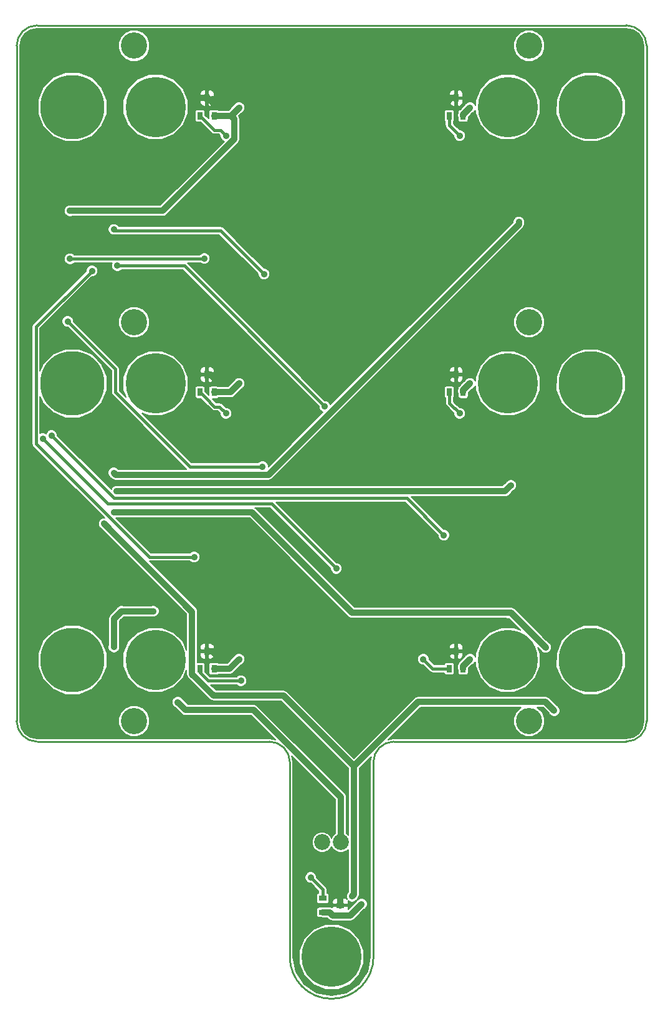
<source format=gbl>
G04 #@! TF.FileFunction,Copper,L2,Bot,Signal*
%FSLAX46Y46*%
G04 Gerber Fmt 4.6, Leading zero omitted, Abs format (unit mm)*
G04 Created by KiCad (PCBNEW 0.201504221001+5618~22~ubuntu14.04.1-product) date Thu 30 Apr 2015 03:14:29 PM EDT*
%MOMM*%
G01*
G04 APERTURE LIST*
%ADD10C,0.100000*%
%ADD11C,0.228600*%
%ADD12R,0.701040X1.000760*%
%ADD13R,1.000760X0.701040*%
%ADD14C,8.712200*%
%ADD15C,8.128000*%
%ADD16C,3.556000*%
%ADD17C,2.184400*%
%ADD18C,0.889000*%
%ADD19C,0.812800*%
%ADD20C,0.406400*%
%ADD21C,0.203200*%
G04 APERTURE END LIST*
D10*
D11*
X87914480Y-151958040D02*
G75*
G03X99283520Y-151958040I5684520J0D01*
G01*
X99283520Y-125483620D02*
X99283520Y-151958040D01*
X87917020Y-125483620D02*
X87917020Y-151958040D01*
X102064820Y-122702320D02*
G75*
G03X99283520Y-125483620I0J-2781300D01*
G01*
X87917020Y-125483620D02*
G75*
G03X85135720Y-122702320I-2781300J0D01*
G01*
X102064820Y-122702320D02*
X133619240Y-122702320D01*
X53581300Y-122702320D02*
X85135720Y-122702320D01*
X53581300Y-25400000D02*
G75*
G03X50800000Y-28181300I0J-2781300D01*
G01*
X133619240Y-122702320D02*
G75*
G03X136400540Y-119921020I0J2781300D01*
G01*
X136400540Y-28181300D02*
X136400540Y-119921020D01*
X50800000Y-119921020D02*
G75*
G03X53581300Y-122702320I2781300J0D01*
G01*
X50800000Y-28181300D02*
X50800000Y-119921020D01*
X136400540Y-28181300D02*
G75*
G03X133619240Y-25400000I-2781300J0D01*
G01*
X53581300Y-25400000D02*
X133619240Y-25400000D01*
D12*
X77622360Y-112811880D03*
X75722440Y-112811880D03*
X76672400Y-110414120D03*
X77622360Y-75250080D03*
X75722440Y-75250080D03*
X76672400Y-72852320D03*
X77622360Y-37688480D03*
X75722440Y-37688480D03*
X76672400Y-35290720D03*
X111477960Y-112811880D03*
X109578040Y-112811880D03*
X110528000Y-110414120D03*
X111477960Y-75250080D03*
X109578040Y-75250080D03*
X110528000Y-72852320D03*
X111477960Y-37688480D03*
X109578040Y-37688480D03*
X110528000Y-35290720D03*
D13*
X92400120Y-145902960D03*
X92400120Y-144003040D03*
X94797880Y-144953000D03*
D14*
X128816000Y-111613000D03*
X128816000Y-74051200D03*
X128816000Y-36489600D03*
X58384400Y-111613000D03*
X58384400Y-74051200D03*
X58384400Y-36489600D03*
D15*
X69667100Y-36489600D03*
X117533000Y-36489600D03*
X69667100Y-74051200D03*
X117533000Y-74051200D03*
X69667100Y-111613000D03*
X117533000Y-111613000D03*
X93599000Y-151958000D03*
D16*
X120434000Y-119921000D03*
X66763900Y-119921000D03*
X120434000Y-65742800D03*
X66763900Y-65742800D03*
X120434000Y-28181300D03*
X66763900Y-28181300D03*
D17*
X92329000Y-136388000D03*
X94869000Y-136388000D03*
D18*
X123848200Y-118501000D03*
X96380300Y-143726700D03*
X62704400Y-93116500D03*
X119029100Y-52139600D03*
X63999900Y-86210800D03*
X117968700Y-87885900D03*
X64410500Y-88720200D03*
X64045800Y-91572000D03*
X122677900Y-109896300D03*
X117578900Y-105222600D03*
X69372000Y-104993100D03*
X65048400Y-104993100D03*
X64025800Y-109868200D03*
X72691500Y-117355300D03*
X58039000Y-50600500D03*
X97663000Y-144790000D03*
X81026000Y-111516000D03*
X81026000Y-74051200D03*
X81026000Y-36586200D03*
X112395000Y-111516000D03*
X112395000Y-74051200D03*
X112395000Y-36586200D03*
X94234000Y-99187500D03*
X54356700Y-81551900D03*
X84410900Y-59178600D03*
X64015400Y-53117900D03*
X108839000Y-94667900D03*
X55543400Y-81132500D03*
X92690700Y-77179200D03*
X64478400Y-58049300D03*
X76307600Y-57062400D03*
X58039000Y-57125900D03*
X74918100Y-97622700D03*
X61036200Y-58764600D03*
X84196500Y-85344600D03*
X57747200Y-65619600D03*
X64606200Y-49259800D03*
X94615000Y-143139000D03*
X77724000Y-110754000D03*
X77851000Y-73543200D03*
X77724000Y-36205200D03*
X109347000Y-110754000D03*
X109347000Y-73289200D03*
X109474000Y-35697200D03*
X90759200Y-141160900D03*
X110998000Y-40396200D03*
X110998000Y-78115200D03*
X106045000Y-111516000D03*
X79248000Y-40396200D03*
X79248000Y-78115200D03*
X81280000Y-114437000D03*
D19*
X96621900Y-126047300D02*
X87039400Y-116464800D01*
X87039400Y-116464800D02*
X77580700Y-116464800D01*
X77580700Y-116464800D02*
X74658600Y-113542700D01*
X74658600Y-113542700D02*
X74658600Y-105070700D01*
X74658600Y-105070700D02*
X62704400Y-93116500D01*
X96380300Y-143726700D02*
X96621900Y-143485100D01*
X96621900Y-143485100D02*
X96621900Y-126047300D01*
X123848200Y-118501000D02*
X122657300Y-117310100D01*
X122657300Y-117310100D02*
X105359100Y-117310100D01*
X105359100Y-117310100D02*
X96621900Y-126047300D01*
X119029100Y-52139600D02*
X119029100Y-52427400D01*
X119029100Y-52427400D02*
X84992700Y-86463800D01*
X84992700Y-86463800D02*
X64252900Y-86463800D01*
X64252900Y-86463800D02*
X63999900Y-86210800D01*
X64410500Y-88720200D02*
X117134400Y-88720200D01*
X117134400Y-88720200D02*
X117968700Y-87885900D01*
X117578900Y-105222600D02*
X96418200Y-105222600D01*
X96418200Y-105222600D02*
X82767600Y-91572000D01*
X82767600Y-91572000D02*
X64045800Y-91572000D01*
X122677900Y-109896300D02*
X118004200Y-105222600D01*
X118004200Y-105222600D02*
X117578900Y-105222600D01*
X65048400Y-104993100D02*
X69372000Y-104993100D01*
X64025800Y-109868200D02*
X64025800Y-106015700D01*
X64025800Y-106015700D02*
X65048400Y-104993100D01*
X72691500Y-117355300D02*
X73758600Y-118422400D01*
X73758600Y-118422400D02*
X83006800Y-118422400D01*
X83006800Y-118422400D02*
X94869000Y-130284600D01*
X94869000Y-130284600D02*
X94869000Y-136388000D01*
X79923600Y-37688500D02*
X80363800Y-38128700D01*
X80363800Y-38128700D02*
X80363800Y-40880300D01*
X80363800Y-40880300D02*
X70643600Y-50600500D01*
X70643600Y-50600500D02*
X58039000Y-50600500D01*
X79923600Y-37688500D02*
X81026000Y-36586200D01*
X77622400Y-37688500D02*
X79923600Y-37688500D01*
X111478000Y-75250000D02*
X111478000Y-75250100D01*
X111478000Y-75250000D02*
X111478000Y-74968100D01*
X111478000Y-74968100D02*
X112395000Y-74051200D01*
X77622500Y-75250000D02*
X77622400Y-75250100D01*
X77622500Y-75250000D02*
X79827100Y-75250000D01*
X79827100Y-75250000D02*
X81026000Y-74051200D01*
X77622400Y-75250000D02*
X77622500Y-75250000D01*
X77622500Y-112812000D02*
X77622400Y-112811900D01*
X77622500Y-112812000D02*
X79730600Y-112812000D01*
X79730600Y-112812000D02*
X81026000Y-111516000D01*
X77622400Y-112812000D02*
X77622500Y-112812000D01*
X111478000Y-112812000D02*
X111478000Y-112811900D01*
X92400100Y-145903000D02*
X93314500Y-145903000D01*
X93314500Y-145903000D02*
X93726000Y-146314000D01*
X93726000Y-146314000D02*
X96139000Y-146314000D01*
X96139000Y-146314000D02*
X97663000Y-144790000D01*
X111478000Y-112811900D02*
X111478000Y-112433000D01*
X111478000Y-112433000D02*
X112395000Y-111516000D01*
X111478000Y-37688500D02*
X111478000Y-37503100D01*
X111478000Y-37503100D02*
X112395000Y-36586200D01*
D20*
X94234000Y-99187500D02*
X85413600Y-90367100D01*
X85413600Y-90367100D02*
X63171900Y-90367100D01*
X63171900Y-90367100D02*
X54356700Y-81551900D01*
X84410900Y-59178600D02*
X78514500Y-53282200D01*
X78514500Y-53282200D02*
X64179600Y-53282200D01*
X64179600Y-53282200D02*
X64179600Y-53282100D01*
X64179600Y-53282100D02*
X64015400Y-53117900D01*
X108839000Y-94667900D02*
X103816200Y-89645100D01*
X103816200Y-89645100D02*
X64056000Y-89645100D01*
X64056000Y-89645100D02*
X55543400Y-81132500D01*
X92690700Y-77179200D02*
X73560800Y-58049300D01*
X73560800Y-58049300D02*
X64478400Y-58049300D01*
X58039000Y-57125900D02*
X76244100Y-57125900D01*
X76244100Y-57125900D02*
X76307600Y-57062400D01*
X61036200Y-58764600D02*
X53439100Y-66361700D01*
X53439100Y-66361700D02*
X53439100Y-82242500D01*
X53439100Y-82242500D02*
X68819300Y-97622700D01*
X68819300Y-97622700D02*
X74918100Y-97622700D01*
X84196500Y-85344600D02*
X74329000Y-85344600D01*
X74329000Y-85344600D02*
X64232300Y-75247900D01*
X64232300Y-75247900D02*
X64232300Y-72104700D01*
X64232300Y-72104700D02*
X57747200Y-65619600D01*
D19*
X75661200Y-35290700D02*
X74620300Y-36331600D01*
X74620300Y-36331600D02*
X74620300Y-39245700D01*
X74620300Y-39245700D02*
X64606200Y-49259800D01*
X77171500Y-35652700D02*
X77389800Y-35434400D01*
X77389800Y-35434400D02*
X109211200Y-35434400D01*
X109211200Y-35434400D02*
X109474000Y-35697200D01*
X77171500Y-35652700D02*
X76809600Y-35290800D01*
X76809600Y-35290800D02*
X76672500Y-35290800D01*
X77724000Y-36205200D02*
X77171500Y-35652700D01*
X109517000Y-110584000D02*
X109323300Y-110390300D01*
X109323300Y-110390300D02*
X78087700Y-110390300D01*
X78087700Y-110390300D02*
X77724000Y-110754000D01*
X109517000Y-110584000D02*
X109687000Y-110414000D01*
X109687000Y-110414000D02*
X110527900Y-110414000D01*
X109347000Y-110754000D02*
X109517000Y-110584000D01*
X76672400Y-35290700D02*
X75661200Y-35290700D01*
X76672500Y-35290800D02*
X76672400Y-35290700D01*
X77724000Y-110754000D02*
X77383600Y-110414000D01*
X77383600Y-110414000D02*
X76672500Y-110414000D01*
X109474000Y-35697200D02*
X109880000Y-35290800D01*
X109880000Y-35290800D02*
X110527900Y-35290800D01*
X110527900Y-35290800D02*
X110528000Y-35290700D01*
X110527900Y-35290800D02*
X110528000Y-35290800D01*
X110527900Y-110414000D02*
X110528000Y-110414100D01*
X110527900Y-110414000D02*
X110528000Y-110414000D01*
X76672500Y-35290800D02*
X76672400Y-35290800D01*
X76672500Y-110414000D02*
X76672400Y-110414100D01*
X76672500Y-110414000D02*
X76672400Y-110414000D01*
X94797900Y-144953000D02*
X94797900Y-143322000D01*
X94797900Y-143322000D02*
X94615000Y-143139000D01*
X77851000Y-73543200D02*
X77160100Y-72852300D01*
X77160100Y-72852300D02*
X76672400Y-72852300D01*
X109347000Y-73289200D02*
X109784000Y-72852300D01*
X109784000Y-72852300D02*
X110528000Y-72852300D01*
D20*
X90759200Y-141160900D02*
X92400100Y-142801800D01*
X92400100Y-142801800D02*
X92400100Y-144003000D01*
X110998000Y-40396200D02*
X109578000Y-38976300D01*
X109578000Y-38976300D02*
X109578000Y-37688500D01*
X109578000Y-75250100D02*
X109578000Y-75250000D01*
X110998000Y-78115200D02*
X109601000Y-76718200D01*
X109601000Y-76718200D02*
X109601000Y-75272900D01*
X109601000Y-75272900D02*
X109578000Y-75250000D01*
X109577900Y-112812000D02*
X109578000Y-112811900D01*
X109577900Y-112812000D02*
X109578000Y-112812000D01*
X106045000Y-111516000D02*
X107340000Y-112812000D01*
X107340000Y-112812000D02*
X109577900Y-112812000D01*
X79248000Y-40396200D02*
X78486000Y-39634200D01*
X78486000Y-39634200D02*
X77668100Y-39634200D01*
X77668100Y-39634200D02*
X76405700Y-38371700D01*
X76405700Y-38371700D02*
X76405600Y-38371700D01*
X76405600Y-38371700D02*
X75722400Y-37688500D01*
X76405700Y-38371700D02*
X75722500Y-37688500D01*
X79248000Y-78115200D02*
X78359000Y-77226200D01*
X78359000Y-77226200D02*
X77698600Y-77226200D01*
X77698600Y-77226200D02*
X76405700Y-75933200D01*
X76405700Y-75933200D02*
X76405500Y-75933200D01*
X76405500Y-75933200D02*
X75722400Y-75250100D01*
X76405700Y-75933200D02*
X75722500Y-75250000D01*
X75722500Y-113068500D02*
X75722400Y-113068400D01*
X75722400Y-113068400D02*
X75722400Y-112811900D01*
X75722500Y-113068500D02*
X75722500Y-113325000D01*
X75722500Y-113325000D02*
X76835000Y-114437000D01*
X76835000Y-114437000D02*
X81280000Y-114437000D01*
X75722500Y-112812000D02*
X75722500Y-113068500D01*
D21*
G36*
X99003453Y-124743377D02*
X98872473Y-125401858D01*
X98872473Y-125443134D01*
X98864420Y-125483620D01*
X98864420Y-151916763D01*
X98463239Y-153933633D01*
X98463239Y-144631548D01*
X98341687Y-144337372D01*
X98116812Y-144112104D01*
X97822848Y-143990039D01*
X97504548Y-143989761D01*
X97210372Y-144111313D01*
X96985104Y-144336188D01*
X96946703Y-144428665D01*
X95877643Y-145497726D01*
X95907860Y-145424777D01*
X95907860Y-145257800D01*
X95755460Y-145105400D01*
X94950280Y-145105400D01*
X94950280Y-145125400D01*
X94645480Y-145125400D01*
X94645480Y-145105400D01*
X94645480Y-144800600D01*
X94645480Y-144145280D01*
X94493080Y-143992880D01*
X94418757Y-143992880D01*
X94176243Y-143992880D01*
X93952189Y-144085686D01*
X93780706Y-144257169D01*
X93687900Y-144481223D01*
X93687900Y-144648200D01*
X93840300Y-144800600D01*
X94645480Y-144800600D01*
X94645480Y-145105400D01*
X93840300Y-145105400D01*
X93690383Y-145255316D01*
X93606105Y-145199004D01*
X93605871Y-145198957D01*
X93605676Y-145198827D01*
X93460985Y-145170137D01*
X93314500Y-145141000D01*
X93263067Y-145141000D01*
X93263067Y-144353560D01*
X93263067Y-143652520D01*
X93236759Y-143516931D01*
X93158477Y-143397761D01*
X93040299Y-143317989D01*
X92958900Y-143301664D01*
X92958900Y-142801800D01*
X92916364Y-142587957D01*
X92916364Y-142587956D01*
X92795231Y-142406669D01*
X91559292Y-141170730D01*
X91559439Y-141002448D01*
X91437887Y-140708272D01*
X91213012Y-140483004D01*
X90919048Y-140360939D01*
X90600748Y-140360661D01*
X90306572Y-140482213D01*
X90081304Y-140707088D01*
X89959239Y-141001052D01*
X89958961Y-141319352D01*
X90080513Y-141613528D01*
X90305388Y-141838796D01*
X90599352Y-141960861D01*
X90769047Y-141961009D01*
X91841300Y-143033262D01*
X91841300Y-143301291D01*
X91764151Y-143316261D01*
X91644981Y-143394543D01*
X91565209Y-143512721D01*
X91537173Y-143652520D01*
X91537173Y-144353560D01*
X91563481Y-144489149D01*
X91641763Y-144608319D01*
X91759941Y-144688091D01*
X91899740Y-144716127D01*
X92900500Y-144716127D01*
X93036089Y-144689819D01*
X93155259Y-144611537D01*
X93235031Y-144493359D01*
X93263067Y-144353560D01*
X93263067Y-145141000D01*
X92400100Y-145141000D01*
X92154399Y-145189873D01*
X91899740Y-145189873D01*
X91764151Y-145216181D01*
X91644981Y-145294463D01*
X91565209Y-145412641D01*
X91537173Y-145552440D01*
X91537173Y-146253480D01*
X91563481Y-146389069D01*
X91641763Y-146508239D01*
X91759941Y-146588011D01*
X91899740Y-146616047D01*
X92153997Y-146616047D01*
X92400100Y-146665000D01*
X92999140Y-146665000D01*
X93187512Y-146853143D01*
X93311463Y-146935855D01*
X93434395Y-147017996D01*
X93434626Y-147018042D01*
X93434823Y-147018173D01*
X93579672Y-147046893D01*
X93726000Y-147076000D01*
X96139000Y-147076000D01*
X96139000Y-147075999D01*
X96430604Y-147017996D01*
X96430605Y-147017996D01*
X96677815Y-146852815D01*
X98024142Y-145506488D01*
X98115628Y-145468687D01*
X98340896Y-145243812D01*
X98462961Y-144949848D01*
X98463239Y-144631548D01*
X98463239Y-153933633D01*
X98456028Y-153969886D01*
X98019365Y-154623398D01*
X98019365Y-151082744D01*
X97347939Y-149457768D01*
X96105771Y-148213430D01*
X94481970Y-147539169D01*
X92723744Y-147537635D01*
X91098768Y-148209061D01*
X89854430Y-149451229D01*
X89180169Y-151075030D01*
X89178635Y-152833256D01*
X89850061Y-154458232D01*
X91092229Y-155702570D01*
X92716030Y-156376831D01*
X94474256Y-156378365D01*
X96099232Y-155706939D01*
X97343570Y-154464771D01*
X98017831Y-152840970D01*
X98019365Y-151082744D01*
X98019365Y-154623398D01*
X97316408Y-155675448D01*
X95610847Y-156815068D01*
X93599000Y-157215249D01*
X91587153Y-156815068D01*
X89881591Y-155675448D01*
X88741971Y-153969887D01*
X88336120Y-151929532D01*
X88336120Y-125483620D01*
X88328067Y-125443134D01*
X88328067Y-125401858D01*
X88183911Y-124677141D01*
X94107000Y-130600230D01*
X94107000Y-135191295D01*
X94078697Y-135202990D01*
X93685371Y-135595630D01*
X93599050Y-135803512D01*
X93514010Y-135597697D01*
X93121370Y-135204371D01*
X92608100Y-134991243D01*
X92052339Y-134990758D01*
X91538697Y-135202990D01*
X91145371Y-135595630D01*
X90932243Y-136108900D01*
X90931758Y-136664661D01*
X91143990Y-137178303D01*
X91536630Y-137571629D01*
X92049900Y-137784757D01*
X92605661Y-137785242D01*
X93119303Y-137573010D01*
X93512629Y-137180370D01*
X93598949Y-136972487D01*
X93683990Y-137178303D01*
X94076630Y-137571629D01*
X94589900Y-137784757D01*
X95145661Y-137785242D01*
X95659303Y-137573010D01*
X95859900Y-137372762D01*
X95859900Y-143115666D01*
X95702404Y-143272888D01*
X95580339Y-143566852D01*
X95580061Y-143885152D01*
X95676545Y-144118660D01*
X95643571Y-144085686D01*
X95419517Y-143992880D01*
X95177003Y-143992880D01*
X95102680Y-143992880D01*
X94950280Y-144145280D01*
X94950280Y-144800600D01*
X95755460Y-144800600D01*
X95907860Y-144648200D01*
X95907860Y-144481223D01*
X95840398Y-144318355D01*
X95926488Y-144404596D01*
X96220452Y-144526661D01*
X96538752Y-144526939D01*
X96832928Y-144405387D01*
X97058196Y-144180512D01*
X97096596Y-144088033D01*
X97160715Y-144023915D01*
X97325896Y-143776705D01*
X97325896Y-143776704D01*
X97383899Y-143485100D01*
X97383900Y-143485100D01*
X97383900Y-126362930D01*
X99003453Y-124743377D01*
X99003453Y-124743377D01*
G37*
X99003453Y-124743377D02*
X98872473Y-125401858D01*
X98872473Y-125443134D01*
X98864420Y-125483620D01*
X98864420Y-151916763D01*
X98463239Y-153933633D01*
X98463239Y-144631548D01*
X98341687Y-144337372D01*
X98116812Y-144112104D01*
X97822848Y-143990039D01*
X97504548Y-143989761D01*
X97210372Y-144111313D01*
X96985104Y-144336188D01*
X96946703Y-144428665D01*
X95877643Y-145497726D01*
X95907860Y-145424777D01*
X95907860Y-145257800D01*
X95755460Y-145105400D01*
X94950280Y-145105400D01*
X94950280Y-145125400D01*
X94645480Y-145125400D01*
X94645480Y-145105400D01*
X94645480Y-144800600D01*
X94645480Y-144145280D01*
X94493080Y-143992880D01*
X94418757Y-143992880D01*
X94176243Y-143992880D01*
X93952189Y-144085686D01*
X93780706Y-144257169D01*
X93687900Y-144481223D01*
X93687900Y-144648200D01*
X93840300Y-144800600D01*
X94645480Y-144800600D01*
X94645480Y-145105400D01*
X93840300Y-145105400D01*
X93690383Y-145255316D01*
X93606105Y-145199004D01*
X93605871Y-145198957D01*
X93605676Y-145198827D01*
X93460985Y-145170137D01*
X93314500Y-145141000D01*
X93263067Y-145141000D01*
X93263067Y-144353560D01*
X93263067Y-143652520D01*
X93236759Y-143516931D01*
X93158477Y-143397761D01*
X93040299Y-143317989D01*
X92958900Y-143301664D01*
X92958900Y-142801800D01*
X92916364Y-142587957D01*
X92916364Y-142587956D01*
X92795231Y-142406669D01*
X91559292Y-141170730D01*
X91559439Y-141002448D01*
X91437887Y-140708272D01*
X91213012Y-140483004D01*
X90919048Y-140360939D01*
X90600748Y-140360661D01*
X90306572Y-140482213D01*
X90081304Y-140707088D01*
X89959239Y-141001052D01*
X89958961Y-141319352D01*
X90080513Y-141613528D01*
X90305388Y-141838796D01*
X90599352Y-141960861D01*
X90769047Y-141961009D01*
X91841300Y-143033262D01*
X91841300Y-143301291D01*
X91764151Y-143316261D01*
X91644981Y-143394543D01*
X91565209Y-143512721D01*
X91537173Y-143652520D01*
X91537173Y-144353560D01*
X91563481Y-144489149D01*
X91641763Y-144608319D01*
X91759941Y-144688091D01*
X91899740Y-144716127D01*
X92900500Y-144716127D01*
X93036089Y-144689819D01*
X93155259Y-144611537D01*
X93235031Y-144493359D01*
X93263067Y-144353560D01*
X93263067Y-145141000D01*
X92400100Y-145141000D01*
X92154399Y-145189873D01*
X91899740Y-145189873D01*
X91764151Y-145216181D01*
X91644981Y-145294463D01*
X91565209Y-145412641D01*
X91537173Y-145552440D01*
X91537173Y-146253480D01*
X91563481Y-146389069D01*
X91641763Y-146508239D01*
X91759941Y-146588011D01*
X91899740Y-146616047D01*
X92153997Y-146616047D01*
X92400100Y-146665000D01*
X92999140Y-146665000D01*
X93187512Y-146853143D01*
X93311463Y-146935855D01*
X93434395Y-147017996D01*
X93434626Y-147018042D01*
X93434823Y-147018173D01*
X93579672Y-147046893D01*
X93726000Y-147076000D01*
X96139000Y-147076000D01*
X96139000Y-147075999D01*
X96430604Y-147017996D01*
X96430605Y-147017996D01*
X96677815Y-146852815D01*
X98024142Y-145506488D01*
X98115628Y-145468687D01*
X98340896Y-145243812D01*
X98462961Y-144949848D01*
X98463239Y-144631548D01*
X98463239Y-153933633D01*
X98456028Y-153969886D01*
X98019365Y-154623398D01*
X98019365Y-151082744D01*
X97347939Y-149457768D01*
X96105771Y-148213430D01*
X94481970Y-147539169D01*
X92723744Y-147537635D01*
X91098768Y-148209061D01*
X89854430Y-149451229D01*
X89180169Y-151075030D01*
X89178635Y-152833256D01*
X89850061Y-154458232D01*
X91092229Y-155702570D01*
X92716030Y-156376831D01*
X94474256Y-156378365D01*
X96099232Y-155706939D01*
X97343570Y-154464771D01*
X98017831Y-152840970D01*
X98019365Y-151082744D01*
X98019365Y-154623398D01*
X97316408Y-155675448D01*
X95610847Y-156815068D01*
X93599000Y-157215249D01*
X91587153Y-156815068D01*
X89881591Y-155675448D01*
X88741971Y-153969887D01*
X88336120Y-151929532D01*
X88336120Y-125483620D01*
X88328067Y-125443134D01*
X88328067Y-125401858D01*
X88183911Y-124677141D01*
X94107000Y-130600230D01*
X94107000Y-135191295D01*
X94078697Y-135202990D01*
X93685371Y-135595630D01*
X93599050Y-135803512D01*
X93514010Y-135597697D01*
X93121370Y-135204371D01*
X92608100Y-134991243D01*
X92052339Y-134990758D01*
X91538697Y-135202990D01*
X91145371Y-135595630D01*
X90932243Y-136108900D01*
X90931758Y-136664661D01*
X91143990Y-137178303D01*
X91536630Y-137571629D01*
X92049900Y-137784757D01*
X92605661Y-137785242D01*
X93119303Y-137573010D01*
X93512629Y-137180370D01*
X93598949Y-136972487D01*
X93683990Y-137178303D01*
X94076630Y-137571629D01*
X94589900Y-137784757D01*
X95145661Y-137785242D01*
X95659303Y-137573010D01*
X95859900Y-137372762D01*
X95859900Y-143115666D01*
X95702404Y-143272888D01*
X95580339Y-143566852D01*
X95580061Y-143885152D01*
X95676545Y-144118660D01*
X95643571Y-144085686D01*
X95419517Y-143992880D01*
X95177003Y-143992880D01*
X95102680Y-143992880D01*
X94950280Y-144145280D01*
X94950280Y-144800600D01*
X95755460Y-144800600D01*
X95907860Y-144648200D01*
X95907860Y-144481223D01*
X95840398Y-144318355D01*
X95926488Y-144404596D01*
X96220452Y-144526661D01*
X96538752Y-144526939D01*
X96832928Y-144405387D01*
X97058196Y-144180512D01*
X97096596Y-144088033D01*
X97160715Y-144023915D01*
X97325896Y-143776705D01*
X97325896Y-143776704D01*
X97383899Y-143485100D01*
X97383900Y-143485100D01*
X97383900Y-126362930D01*
X99003453Y-124743377D01*
G36*
X135981440Y-119879743D02*
X135794042Y-120821851D01*
X135283761Y-121585541D01*
X134520072Y-122095822D01*
X133577963Y-122283220D01*
X133528516Y-122283220D01*
X133528516Y-110679897D01*
X133528516Y-73118097D01*
X133528516Y-35556497D01*
X132812714Y-33824123D01*
X131488449Y-32497544D01*
X129757327Y-31778719D01*
X127882897Y-31777084D01*
X126150523Y-32492886D01*
X124823944Y-33817151D01*
X124105119Y-35548273D01*
X124103484Y-37422703D01*
X124819286Y-39155077D01*
X126143551Y-40481656D01*
X127874673Y-41200481D01*
X129749103Y-41202116D01*
X131481477Y-40486314D01*
X132808056Y-39162049D01*
X133526881Y-37430927D01*
X133528516Y-35556497D01*
X133528516Y-73118097D01*
X132812714Y-71385723D01*
X131488449Y-70059144D01*
X129757327Y-69340319D01*
X127882897Y-69338684D01*
X126150523Y-70054486D01*
X124823944Y-71378751D01*
X124105119Y-73109873D01*
X124103484Y-74984303D01*
X124819286Y-76716677D01*
X126143551Y-78043256D01*
X127874673Y-78762081D01*
X129749103Y-78763716D01*
X131481477Y-78047914D01*
X132808056Y-76723649D01*
X133526881Y-74992527D01*
X133528516Y-73118097D01*
X133528516Y-110679897D01*
X132812714Y-108947523D01*
X131488449Y-107620944D01*
X129757327Y-106902119D01*
X127882897Y-106900484D01*
X126150523Y-107616286D01*
X124823944Y-108940551D01*
X124105119Y-110671673D01*
X124103484Y-112546103D01*
X124819286Y-114278477D01*
X126143551Y-115605056D01*
X127874673Y-116323881D01*
X129749103Y-116325516D01*
X131481477Y-115609714D01*
X132808056Y-114285449D01*
X133526881Y-112554327D01*
X133528516Y-110679897D01*
X133528516Y-122283220D01*
X102064820Y-122283220D01*
X102024334Y-122291273D01*
X101983058Y-122291273D01*
X101324577Y-122422253D01*
X105674730Y-118072100D01*
X119321540Y-118072100D01*
X119226991Y-118111167D01*
X118626276Y-118710835D01*
X118300771Y-119494739D01*
X118300030Y-120343537D01*
X118624167Y-121128009D01*
X119223835Y-121728724D01*
X120007739Y-122054229D01*
X120856537Y-122054970D01*
X121641009Y-121730833D01*
X122241724Y-121131165D01*
X122567229Y-120347261D01*
X122567970Y-119498463D01*
X122243833Y-118713991D01*
X121644165Y-118113276D01*
X121545002Y-118072100D01*
X122341670Y-118072100D01*
X123131711Y-118862141D01*
X123169513Y-118953628D01*
X123394388Y-119178896D01*
X123688352Y-119300961D01*
X124006652Y-119301239D01*
X124300828Y-119179687D01*
X124526096Y-118954812D01*
X124648161Y-118660848D01*
X124648439Y-118342548D01*
X124526887Y-118048372D01*
X124302012Y-117823104D01*
X124209533Y-117784703D01*
X123196115Y-116771285D01*
X122948905Y-116606104D01*
X122657300Y-116548100D01*
X110375600Y-116548100D01*
X110375600Y-111371700D01*
X110375600Y-110566520D01*
X110375600Y-110261720D01*
X110375600Y-109456540D01*
X110223200Y-109304140D01*
X110056223Y-109304140D01*
X109832169Y-109396946D01*
X109660686Y-109568429D01*
X109567880Y-109792483D01*
X109567880Y-110034997D01*
X109567880Y-110109320D01*
X109720280Y-110261720D01*
X110375600Y-110261720D01*
X110375600Y-110566520D01*
X109720280Y-110566520D01*
X109567880Y-110718920D01*
X109567880Y-110793243D01*
X109567880Y-111035757D01*
X109660686Y-111259811D01*
X109832169Y-111431294D01*
X110056223Y-111524100D01*
X110223200Y-111524100D01*
X110375600Y-111371700D01*
X110375600Y-116548100D01*
X110291127Y-116548100D01*
X110291127Y-113312260D01*
X110291127Y-112311500D01*
X110264819Y-112175911D01*
X110186537Y-112056741D01*
X110068359Y-111976969D01*
X109928560Y-111948933D01*
X109227520Y-111948933D01*
X109091931Y-111975241D01*
X108972761Y-112053523D01*
X108892989Y-112171701D01*
X108876644Y-112253200D01*
X107571589Y-112253200D01*
X106845091Y-111526141D01*
X106845239Y-111357548D01*
X106723687Y-111063372D01*
X106498812Y-110838104D01*
X106204848Y-110716039D01*
X105886548Y-110715761D01*
X105592372Y-110837313D01*
X105367104Y-111062188D01*
X105245039Y-111356152D01*
X105244761Y-111674452D01*
X105366313Y-111968628D01*
X105591188Y-112193896D01*
X105885152Y-112315961D01*
X106054533Y-112316108D01*
X106944716Y-113206979D01*
X106944808Y-113207041D01*
X106944869Y-113207131D01*
X107034854Y-113267258D01*
X107125958Y-113328182D01*
X107126065Y-113328203D01*
X107126156Y-113328264D01*
X107232434Y-113349404D01*
X107339784Y-113370800D01*
X107339892Y-113370778D01*
X107340000Y-113370800D01*
X108876311Y-113370800D01*
X108891261Y-113447849D01*
X108969543Y-113567019D01*
X109087721Y-113646791D01*
X109227520Y-113674827D01*
X109928560Y-113674827D01*
X110064149Y-113648519D01*
X110183319Y-113570237D01*
X110263091Y-113452059D01*
X110291127Y-113312260D01*
X110291127Y-116548100D01*
X105359100Y-116548100D01*
X105067495Y-116606104D01*
X104968476Y-116672265D01*
X104820285Y-116771284D01*
X96621900Y-124969669D01*
X87578215Y-115925985D01*
X87331005Y-115760804D01*
X87039400Y-115702800D01*
X77896330Y-115702800D01*
X77189330Y-114995800D01*
X80707299Y-114995800D01*
X80826188Y-115114896D01*
X81120152Y-115236961D01*
X81438452Y-115237239D01*
X81732628Y-115115687D01*
X81957896Y-114890812D01*
X82079961Y-114596848D01*
X82080239Y-114278548D01*
X81958687Y-113984372D01*
X81826239Y-113851692D01*
X81826239Y-111357548D01*
X81704687Y-111063372D01*
X81479812Y-110838104D01*
X81185848Y-110716039D01*
X80867548Y-110715761D01*
X80573372Y-110837313D01*
X80348104Y-111062188D01*
X80309645Y-111154805D01*
X79414865Y-112050000D01*
X78220870Y-112050000D01*
X78112679Y-111976969D01*
X77972880Y-111948933D01*
X77632520Y-111948933D01*
X77632520Y-111035757D01*
X77632520Y-110793243D01*
X77632520Y-110718920D01*
X77632520Y-110109320D01*
X77632520Y-110034997D01*
X77632520Y-109792483D01*
X77539714Y-109568429D01*
X77368231Y-109396946D01*
X77144177Y-109304140D01*
X76977200Y-109304140D01*
X76824800Y-109456540D01*
X76824800Y-110261720D01*
X77480120Y-110261720D01*
X77632520Y-110109320D01*
X77632520Y-110718920D01*
X77480120Y-110566520D01*
X76824800Y-110566520D01*
X76824800Y-111371700D01*
X76977200Y-111524100D01*
X77144177Y-111524100D01*
X77368231Y-111431294D01*
X77539714Y-111259811D01*
X77632520Y-111035757D01*
X77632520Y-111948933D01*
X77271840Y-111948933D01*
X77136251Y-111975241D01*
X77017081Y-112053523D01*
X76937309Y-112171701D01*
X76909273Y-112311500D01*
X76909273Y-112566201D01*
X76860401Y-112811900D01*
X76860410Y-112811947D01*
X76860400Y-112812000D01*
X76909273Y-113057700D01*
X76909273Y-113312260D01*
X76935581Y-113447849D01*
X77013863Y-113567019D01*
X77132041Y-113646791D01*
X77271840Y-113674827D01*
X77972880Y-113674827D01*
X78108469Y-113648519D01*
X78221910Y-113574000D01*
X79730600Y-113574000D01*
X79730690Y-113573982D01*
X79730776Y-113573999D01*
X79874944Y-113545287D01*
X80022205Y-113515996D01*
X80022279Y-113515946D01*
X80022367Y-113515929D01*
X80147114Y-113432533D01*
X80269415Y-113350815D01*
X80269463Y-113350741D01*
X80269540Y-113350691D01*
X81387281Y-112232430D01*
X81478628Y-112194687D01*
X81703896Y-111969812D01*
X81825961Y-111675848D01*
X81826239Y-111357548D01*
X81826239Y-113851692D01*
X81733812Y-113759104D01*
X81439848Y-113637039D01*
X81121548Y-113636761D01*
X80827372Y-113758313D01*
X80707275Y-113878200D01*
X77066388Y-113878200D01*
X76520000Y-113332057D01*
X76520000Y-111371700D01*
X76520000Y-110566520D01*
X76520000Y-110261720D01*
X76520000Y-109456540D01*
X76367600Y-109304140D01*
X76200623Y-109304140D01*
X75976569Y-109396946D01*
X75805086Y-109568429D01*
X75712280Y-109792483D01*
X75712280Y-110034997D01*
X75712280Y-110109320D01*
X75864680Y-110261720D01*
X76520000Y-110261720D01*
X76520000Y-110566520D01*
X75864680Y-110566520D01*
X75712280Y-110718920D01*
X75712280Y-110793243D01*
X75712280Y-111035757D01*
X75805086Y-111259811D01*
X75976569Y-111431294D01*
X76200623Y-111524100D01*
X76367600Y-111524100D01*
X76520000Y-111371700D01*
X76520000Y-113332057D01*
X76435527Y-113247622D01*
X76435527Y-112311500D01*
X76409219Y-112175911D01*
X76330937Y-112056741D01*
X76212759Y-111976969D01*
X76072960Y-111948933D01*
X75420600Y-111948933D01*
X75420600Y-105070700D01*
X75362596Y-104779096D01*
X75362596Y-104779095D01*
X75296434Y-104680076D01*
X75197416Y-104531885D01*
X68847030Y-98181500D01*
X74345399Y-98181500D01*
X74464288Y-98300596D01*
X74758252Y-98422661D01*
X75076552Y-98422939D01*
X75370728Y-98301387D01*
X75595996Y-98076512D01*
X75718061Y-97782548D01*
X75718339Y-97464248D01*
X75596787Y-97170072D01*
X75371912Y-96944804D01*
X75077948Y-96822739D01*
X74759648Y-96822461D01*
X74465472Y-96944013D01*
X74345375Y-97063900D01*
X69050762Y-97063900D01*
X64320862Y-92334000D01*
X82451969Y-92334000D01*
X95879385Y-105761416D01*
X96027576Y-105860434D01*
X96126595Y-105926596D01*
X96126596Y-105926596D01*
X96418200Y-105984600D01*
X117327632Y-105984600D01*
X117419052Y-106022561D01*
X117726799Y-106022829D01*
X119240523Y-107536553D01*
X118415970Y-107194169D01*
X116657744Y-107192635D01*
X115032768Y-107864061D01*
X113788430Y-109106229D01*
X113114169Y-110730030D01*
X113113793Y-111160436D01*
X113073687Y-111063372D01*
X112848812Y-110838104D01*
X112554848Y-110716039D01*
X112236548Y-110715761D01*
X111942372Y-110837313D01*
X111717104Y-111062188D01*
X111678703Y-111154666D01*
X111488120Y-111345249D01*
X111488120Y-111035757D01*
X111488120Y-110793243D01*
X111488120Y-110718920D01*
X111488120Y-110109320D01*
X111488120Y-110034997D01*
X111488120Y-109792483D01*
X111395314Y-109568429D01*
X111223831Y-109396946D01*
X110999777Y-109304140D01*
X110832800Y-109304140D01*
X110680400Y-109456540D01*
X110680400Y-110261720D01*
X111335720Y-110261720D01*
X111488120Y-110109320D01*
X111488120Y-110718920D01*
X111335720Y-110566520D01*
X110680400Y-110566520D01*
X110680400Y-111371700D01*
X110832800Y-111524100D01*
X110999777Y-111524100D01*
X111223831Y-111431294D01*
X111395314Y-111259811D01*
X111488120Y-111035757D01*
X111488120Y-111345249D01*
X110939185Y-111894185D01*
X110774004Y-112141395D01*
X110716000Y-112433000D01*
X110716000Y-112811900D01*
X110716000Y-112812000D01*
X110764873Y-113057700D01*
X110764873Y-113312260D01*
X110791181Y-113447849D01*
X110869463Y-113567019D01*
X110987641Y-113646791D01*
X111127440Y-113674827D01*
X111828480Y-113674827D01*
X111964069Y-113648519D01*
X112083239Y-113570237D01*
X112163011Y-113452059D01*
X112191047Y-113312260D01*
X112191047Y-113058102D01*
X112240000Y-112812000D01*
X112240000Y-112811900D01*
X112240000Y-112748630D01*
X112756141Y-112232488D01*
X112847628Y-112194687D01*
X113072896Y-111969812D01*
X113113171Y-111872817D01*
X113112635Y-112488256D01*
X113784061Y-114113232D01*
X115026229Y-115357570D01*
X116650030Y-116031831D01*
X118408256Y-116033365D01*
X120033232Y-115361939D01*
X121277570Y-114119771D01*
X121951831Y-112495970D01*
X121953365Y-110737744D01*
X121609502Y-109905532D01*
X121961411Y-110257441D01*
X121999213Y-110348928D01*
X122224088Y-110574196D01*
X122518052Y-110696261D01*
X122836352Y-110696539D01*
X123130528Y-110574987D01*
X123355796Y-110350112D01*
X123477861Y-110056148D01*
X123478139Y-109737848D01*
X123356587Y-109443672D01*
X123131712Y-109218404D01*
X123039233Y-109180003D01*
X122567970Y-108708740D01*
X122567970Y-65320263D01*
X122567970Y-27758763D01*
X122243833Y-26974291D01*
X121644165Y-26373576D01*
X120860261Y-26048071D01*
X120011463Y-26047330D01*
X119226991Y-26371467D01*
X118626276Y-26971135D01*
X118300771Y-27755039D01*
X118300030Y-28603837D01*
X118624167Y-29388309D01*
X119223835Y-29989024D01*
X120007739Y-30314529D01*
X120856537Y-30315270D01*
X121641009Y-29991133D01*
X122241724Y-29391465D01*
X122567229Y-28607561D01*
X122567970Y-27758763D01*
X122567970Y-65320263D01*
X122243833Y-64535791D01*
X121953365Y-64244815D01*
X121953365Y-35614344D01*
X121281939Y-33989368D01*
X120039771Y-32745030D01*
X118415970Y-32070769D01*
X116657744Y-32069235D01*
X115032768Y-32740661D01*
X113788430Y-33982829D01*
X113114169Y-35606630D01*
X113113624Y-36230228D01*
X113073687Y-36133572D01*
X112848812Y-35908304D01*
X112554848Y-35786239D01*
X112236548Y-35785961D01*
X111942372Y-35907513D01*
X111717104Y-36132388D01*
X111678717Y-36224831D01*
X111488120Y-36415407D01*
X111488120Y-35912357D01*
X111488120Y-35669843D01*
X111488120Y-35595520D01*
X111488120Y-34985920D01*
X111488120Y-34911597D01*
X111488120Y-34669083D01*
X111395314Y-34445029D01*
X111223831Y-34273546D01*
X110999777Y-34180740D01*
X110832800Y-34180740D01*
X110680400Y-34333140D01*
X110680400Y-35138320D01*
X111335720Y-35138320D01*
X111488120Y-34985920D01*
X111488120Y-35595520D01*
X111335720Y-35443120D01*
X110680400Y-35443120D01*
X110680400Y-36248300D01*
X110832800Y-36400700D01*
X110999777Y-36400700D01*
X111223831Y-36307894D01*
X111395314Y-36136411D01*
X111488120Y-35912357D01*
X111488120Y-36415407D01*
X111066035Y-36837447D01*
X110991851Y-36851841D01*
X110872681Y-36930123D01*
X110792909Y-37048301D01*
X110764873Y-37188100D01*
X110764873Y-37257399D01*
X110743014Y-37367290D01*
X110716001Y-37503058D01*
X110716004Y-37503076D01*
X110716000Y-37503100D01*
X110716000Y-37688500D01*
X110764873Y-37934200D01*
X110764873Y-38188860D01*
X110791181Y-38324449D01*
X110869463Y-38443619D01*
X110987641Y-38523391D01*
X111127440Y-38551427D01*
X111828480Y-38551427D01*
X111964069Y-38525119D01*
X112083239Y-38446837D01*
X112163011Y-38328659D01*
X112191047Y-38188860D01*
X112191047Y-37934602D01*
X112207657Y-37851093D01*
X112756109Y-37302701D01*
X112847628Y-37264887D01*
X113072896Y-37040012D01*
X113113002Y-36943424D01*
X113112635Y-37364856D01*
X113784061Y-38989832D01*
X115026229Y-40234170D01*
X116650030Y-40908431D01*
X118408256Y-40909965D01*
X120033232Y-40238539D01*
X121277570Y-38996371D01*
X121951831Y-37372570D01*
X121953365Y-35614344D01*
X121953365Y-64244815D01*
X121644165Y-63935076D01*
X120860261Y-63609571D01*
X120011463Y-63608830D01*
X119829339Y-63684082D01*
X119829339Y-51981148D01*
X119707787Y-51686972D01*
X119482912Y-51461704D01*
X119188948Y-51339639D01*
X118870648Y-51339361D01*
X118576472Y-51460913D01*
X118351204Y-51685788D01*
X118229139Y-51979752D01*
X118228990Y-52149878D01*
X111798239Y-58580629D01*
X111798239Y-40237748D01*
X111676687Y-39943572D01*
X111451812Y-39718304D01*
X111157848Y-39596239D01*
X110988124Y-39596090D01*
X110375600Y-38983609D01*
X110375600Y-36248300D01*
X110375600Y-35443120D01*
X110375600Y-35138320D01*
X110375600Y-34333140D01*
X110223200Y-34180740D01*
X110056223Y-34180740D01*
X109832169Y-34273546D01*
X109660686Y-34445029D01*
X109567880Y-34669083D01*
X109567880Y-34911597D01*
X109567880Y-34985920D01*
X109720280Y-35138320D01*
X110375600Y-35138320D01*
X110375600Y-35443120D01*
X109720280Y-35443120D01*
X109567880Y-35595520D01*
X109567880Y-35669843D01*
X109567880Y-35912357D01*
X109660686Y-36136411D01*
X109832169Y-36307894D01*
X110056223Y-36400700D01*
X110223200Y-36400700D01*
X110375600Y-36248300D01*
X110375600Y-38983609D01*
X110136800Y-38744826D01*
X110136800Y-38477395D01*
X110183319Y-38446837D01*
X110263091Y-38328659D01*
X110291127Y-38188860D01*
X110291127Y-37188100D01*
X110264819Y-37052511D01*
X110186537Y-36933341D01*
X110068359Y-36853569D01*
X109928560Y-36825533D01*
X109227520Y-36825533D01*
X109091931Y-36851841D01*
X108972761Y-36930123D01*
X108892989Y-37048301D01*
X108864953Y-37188100D01*
X108864953Y-38188860D01*
X108891261Y-38324449D01*
X108969543Y-38443619D01*
X109019200Y-38477138D01*
X109019200Y-38976300D01*
X109019201Y-38976309D01*
X109019200Y-38976320D01*
X109041478Y-39088303D01*
X109061736Y-39190144D01*
X109061741Y-39190151D01*
X109061743Y-39190161D01*
X109120387Y-39277920D01*
X109182869Y-39371431D01*
X109182877Y-39371436D01*
X109182883Y-39371445D01*
X110197907Y-40386399D01*
X110197761Y-40554652D01*
X110319313Y-40848828D01*
X110544188Y-41074096D01*
X110838152Y-41196161D01*
X111156452Y-41196439D01*
X111450628Y-41074887D01*
X111675896Y-40850012D01*
X111797961Y-40556048D01*
X111798239Y-40237748D01*
X111798239Y-58580629D01*
X93452105Y-76926764D01*
X93369387Y-76726572D01*
X93144512Y-76501304D01*
X92850548Y-76379239D01*
X92680852Y-76379090D01*
X85211139Y-68909377D01*
X85211139Y-59020148D01*
X85089587Y-58725972D01*
X84864712Y-58500704D01*
X84570748Y-58378639D01*
X84401052Y-58378490D01*
X81826239Y-55803677D01*
X81826239Y-36427748D01*
X81704687Y-36133572D01*
X81479812Y-35908304D01*
X81185848Y-35786239D01*
X80867548Y-35785961D01*
X80573372Y-35907513D01*
X80348104Y-36132388D01*
X80309715Y-36224837D01*
X79607989Y-36926500D01*
X78220722Y-36926500D01*
X78112679Y-36853569D01*
X77972880Y-36825533D01*
X77632520Y-36825533D01*
X77632520Y-35912357D01*
X77632520Y-35669843D01*
X77632520Y-35595520D01*
X77632520Y-34985920D01*
X77632520Y-34911597D01*
X77632520Y-34669083D01*
X77539714Y-34445029D01*
X77368231Y-34273546D01*
X77144177Y-34180740D01*
X76977200Y-34180740D01*
X76824800Y-34333140D01*
X76824800Y-35138320D01*
X77480120Y-35138320D01*
X77632520Y-34985920D01*
X77632520Y-35595520D01*
X77480120Y-35443120D01*
X76824800Y-35443120D01*
X76824800Y-36248300D01*
X76977200Y-36400700D01*
X77144177Y-36400700D01*
X77368231Y-36307894D01*
X77539714Y-36136411D01*
X77632520Y-35912357D01*
X77632520Y-36825533D01*
X77271840Y-36825533D01*
X77136251Y-36851841D01*
X77017081Y-36930123D01*
X76937309Y-37048301D01*
X76909273Y-37188100D01*
X76909273Y-37442799D01*
X76860400Y-37688500D01*
X76909273Y-37934200D01*
X76909273Y-38085018D01*
X76800847Y-37976584D01*
X76800836Y-37976576D01*
X76800831Y-37976569D01*
X76520000Y-37695738D01*
X76520000Y-36248300D01*
X76520000Y-35443120D01*
X76520000Y-35138320D01*
X76520000Y-34333140D01*
X76367600Y-34180740D01*
X76200623Y-34180740D01*
X75976569Y-34273546D01*
X75805086Y-34445029D01*
X75712280Y-34669083D01*
X75712280Y-34911597D01*
X75712280Y-34985920D01*
X75864680Y-35138320D01*
X76520000Y-35138320D01*
X76520000Y-35443120D01*
X75864680Y-35443120D01*
X75712280Y-35595520D01*
X75712280Y-35669843D01*
X75712280Y-35912357D01*
X75805086Y-36136411D01*
X75976569Y-36307894D01*
X76200623Y-36400700D01*
X76367600Y-36400700D01*
X76520000Y-36248300D01*
X76520000Y-37695738D01*
X76435527Y-37611265D01*
X76435527Y-37188100D01*
X76409219Y-37052511D01*
X76330937Y-36933341D01*
X76212759Y-36853569D01*
X76072960Y-36825533D01*
X75371920Y-36825533D01*
X75236331Y-36851841D01*
X75117161Y-36930123D01*
X75037389Y-37048301D01*
X75009353Y-37188100D01*
X75009353Y-38188860D01*
X75035661Y-38324449D01*
X75113943Y-38443619D01*
X75232121Y-38523391D01*
X75371920Y-38551427D01*
X75795065Y-38551427D01*
X76010469Y-38766831D01*
X76010767Y-38767030D01*
X77272953Y-40029316D01*
X77272963Y-40029323D01*
X77272969Y-40029331D01*
X77353711Y-40083282D01*
X77454236Y-40150456D01*
X77454247Y-40150458D01*
X77454256Y-40150464D01*
X77556646Y-40170830D01*
X77668078Y-40193000D01*
X77668089Y-40192997D01*
X77668100Y-40193000D01*
X78254538Y-40193000D01*
X78447907Y-40386369D01*
X78447761Y-40554652D01*
X78569313Y-40848828D01*
X78794188Y-41074096D01*
X79004884Y-41161585D01*
X74087465Y-46079004D01*
X74087465Y-35614344D01*
X73416039Y-33989368D01*
X72173871Y-32745030D01*
X70550070Y-32070769D01*
X68897870Y-32069327D01*
X68897870Y-27758763D01*
X68573733Y-26974291D01*
X67974065Y-26373576D01*
X67190161Y-26048071D01*
X66341363Y-26047330D01*
X65556891Y-26371467D01*
X64956176Y-26971135D01*
X64630671Y-27755039D01*
X64629930Y-28603837D01*
X64954067Y-29388309D01*
X65553735Y-29989024D01*
X66337639Y-30314529D01*
X67186437Y-30315270D01*
X67970909Y-29991133D01*
X68571624Y-29391465D01*
X68897129Y-28607561D01*
X68897870Y-27758763D01*
X68897870Y-32069327D01*
X68791844Y-32069235D01*
X67166868Y-32740661D01*
X65922530Y-33982829D01*
X65248269Y-35606630D01*
X65246735Y-37364856D01*
X65918161Y-38989832D01*
X67160329Y-40234170D01*
X68784130Y-40908431D01*
X70542356Y-40909965D01*
X72167332Y-40238539D01*
X73411670Y-38996371D01*
X74085931Y-37372570D01*
X74087465Y-35614344D01*
X74087465Y-46079004D01*
X70327969Y-49838500D01*
X63096916Y-49838500D01*
X63096916Y-35556497D01*
X62381114Y-33824123D01*
X61056849Y-32497544D01*
X59325727Y-31778719D01*
X57451297Y-31777084D01*
X55718923Y-32492886D01*
X54392344Y-33817151D01*
X53673519Y-35548273D01*
X53671884Y-37422703D01*
X54387686Y-39155077D01*
X55711951Y-40481656D01*
X57443073Y-41200481D01*
X59317503Y-41202116D01*
X61049877Y-40486314D01*
X62376456Y-39162049D01*
X63095281Y-37430927D01*
X63096916Y-35556497D01*
X63096916Y-49838500D01*
X58290267Y-49838500D01*
X58198848Y-49800539D01*
X57880548Y-49800261D01*
X57586372Y-49921813D01*
X57361104Y-50146688D01*
X57239039Y-50440652D01*
X57238761Y-50758952D01*
X57360313Y-51053128D01*
X57585188Y-51278396D01*
X57879152Y-51400461D01*
X58197452Y-51400739D01*
X58289996Y-51362500D01*
X70643600Y-51362500D01*
X70643600Y-51362499D01*
X70935204Y-51304496D01*
X70935205Y-51304496D01*
X71182415Y-51139315D01*
X80902615Y-41419115D01*
X80902616Y-41419115D01*
X81001634Y-41270923D01*
X81067796Y-41171905D01*
X81067796Y-41171904D01*
X81125800Y-40880300D01*
X81125800Y-38128700D01*
X81067796Y-37837096D01*
X81067796Y-37837095D01*
X81001634Y-37738076D01*
X80981633Y-37708144D01*
X81387115Y-37302699D01*
X81478628Y-37264887D01*
X81703896Y-37040012D01*
X81825961Y-36746048D01*
X81826239Y-36427748D01*
X81826239Y-55803677D01*
X78909631Y-52887069D01*
X78728344Y-52765936D01*
X78514500Y-52723400D01*
X64718105Y-52723400D01*
X64694087Y-52665272D01*
X64469212Y-52440004D01*
X64175248Y-52317939D01*
X63856948Y-52317661D01*
X63562772Y-52439213D01*
X63337504Y-52664088D01*
X63215439Y-52958052D01*
X63215161Y-53276352D01*
X63336713Y-53570528D01*
X63561588Y-53795796D01*
X63855552Y-53917861D01*
X64173852Y-53918139D01*
X64360541Y-53841000D01*
X78283038Y-53841000D01*
X83610807Y-59168769D01*
X83610661Y-59337052D01*
X83732213Y-59631228D01*
X83957088Y-59856496D01*
X84251052Y-59978561D01*
X84569352Y-59978839D01*
X84863528Y-59857287D01*
X85088796Y-59632412D01*
X85210861Y-59338448D01*
X85211139Y-59020148D01*
X85211139Y-68909377D01*
X73986462Y-57684700D01*
X75798288Y-57684700D01*
X75853788Y-57740296D01*
X76147752Y-57862361D01*
X76466052Y-57862639D01*
X76760228Y-57741087D01*
X76985496Y-57516212D01*
X77107561Y-57222248D01*
X77107839Y-56903948D01*
X76986287Y-56609772D01*
X76761412Y-56384504D01*
X76467448Y-56262439D01*
X76149148Y-56262161D01*
X75854972Y-56383713D01*
X75671264Y-56567100D01*
X58611700Y-56567100D01*
X58492812Y-56448004D01*
X58198848Y-56325939D01*
X57880548Y-56325661D01*
X57586372Y-56447213D01*
X57361104Y-56672088D01*
X57239039Y-56966052D01*
X57238761Y-57284352D01*
X57360313Y-57578528D01*
X57585188Y-57803796D01*
X57879152Y-57925861D01*
X58197452Y-57926139D01*
X58491628Y-57804587D01*
X58611724Y-57684700D01*
X63763459Y-57684700D01*
X63678439Y-57889452D01*
X63678161Y-58207752D01*
X63799713Y-58501928D01*
X64024588Y-58727196D01*
X64318552Y-58849261D01*
X64636852Y-58849539D01*
X64931028Y-58727987D01*
X65051124Y-58608100D01*
X73329338Y-58608100D01*
X91890607Y-77169369D01*
X91890461Y-77337652D01*
X92012013Y-77631828D01*
X92236888Y-77857096D01*
X92438186Y-77940682D01*
X84996567Y-85382302D01*
X84996739Y-85186148D01*
X84875187Y-84891972D01*
X84650312Y-84666704D01*
X84356348Y-84544639D01*
X84038048Y-84544361D01*
X83743872Y-84665913D01*
X83623775Y-84785800D01*
X81826239Y-84785800D01*
X81826239Y-73892748D01*
X81704687Y-73598572D01*
X81479812Y-73373304D01*
X81185848Y-73251239D01*
X80867548Y-73250961D01*
X80573372Y-73372513D01*
X80348104Y-73597388D01*
X80309714Y-73689839D01*
X79511487Y-74488000D01*
X78220574Y-74488000D01*
X78112679Y-74415169D01*
X77972880Y-74387133D01*
X77632520Y-74387133D01*
X77632520Y-73473957D01*
X77632520Y-73231443D01*
X77632520Y-73157120D01*
X77632520Y-72547520D01*
X77632520Y-72473197D01*
X77632520Y-72230683D01*
X77539714Y-72006629D01*
X77368231Y-71835146D01*
X77144177Y-71742340D01*
X76977200Y-71742340D01*
X76824800Y-71894740D01*
X76824800Y-72699920D01*
X77480120Y-72699920D01*
X77632520Y-72547520D01*
X77632520Y-73157120D01*
X77480120Y-73004720D01*
X76824800Y-73004720D01*
X76824800Y-73809900D01*
X76977200Y-73962300D01*
X77144177Y-73962300D01*
X77368231Y-73869494D01*
X77539714Y-73698011D01*
X77632520Y-73473957D01*
X77632520Y-74387133D01*
X77271840Y-74387133D01*
X77136251Y-74413441D01*
X77017081Y-74491723D01*
X76937309Y-74609901D01*
X76909273Y-74749700D01*
X76909273Y-75004299D01*
X76860400Y-75250000D01*
X76860410Y-75250052D01*
X76860401Y-75250100D01*
X76909273Y-75495798D01*
X76909273Y-75646518D01*
X76800847Y-75538084D01*
X76800836Y-75538076D01*
X76800831Y-75538069D01*
X76520000Y-75257238D01*
X76520000Y-73809900D01*
X76520000Y-73004720D01*
X76520000Y-72699920D01*
X76520000Y-71894740D01*
X76367600Y-71742340D01*
X76200623Y-71742340D01*
X75976569Y-71835146D01*
X75805086Y-72006629D01*
X75712280Y-72230683D01*
X75712280Y-72473197D01*
X75712280Y-72547520D01*
X75864680Y-72699920D01*
X76520000Y-72699920D01*
X76520000Y-73004720D01*
X75864680Y-73004720D01*
X75712280Y-73157120D01*
X75712280Y-73231443D01*
X75712280Y-73473957D01*
X75805086Y-73698011D01*
X75976569Y-73869494D01*
X76200623Y-73962300D01*
X76367600Y-73962300D01*
X76520000Y-73809900D01*
X76520000Y-75257238D01*
X76435527Y-75172765D01*
X76435527Y-74749700D01*
X76409219Y-74614111D01*
X76330937Y-74494941D01*
X76212759Y-74415169D01*
X76072960Y-74387133D01*
X75371920Y-74387133D01*
X75236331Y-74413441D01*
X75117161Y-74491723D01*
X75037389Y-74609901D01*
X75009353Y-74749700D01*
X75009353Y-75750460D01*
X75035661Y-75886049D01*
X75113943Y-76005219D01*
X75232121Y-76084991D01*
X75371920Y-76113027D01*
X75795065Y-76113027D01*
X76010369Y-76328331D01*
X76010968Y-76328731D01*
X77303453Y-77621316D01*
X77303463Y-77621323D01*
X77303469Y-77621331D01*
X77390205Y-77679286D01*
X77484737Y-77742456D01*
X77484747Y-77742457D01*
X77484756Y-77742464D01*
X77603545Y-77766092D01*
X77698578Y-77784999D01*
X77698586Y-77784997D01*
X77698600Y-77785000D01*
X78127538Y-77785000D01*
X78447907Y-78105369D01*
X78447761Y-78273652D01*
X78569313Y-78567828D01*
X78794188Y-78793096D01*
X79088152Y-78915161D01*
X79406452Y-78915439D01*
X79700628Y-78793887D01*
X79925896Y-78569012D01*
X80047961Y-78275048D01*
X80048239Y-77956748D01*
X79926687Y-77662572D01*
X79701812Y-77437304D01*
X79407848Y-77315239D01*
X79238152Y-77315090D01*
X78754131Y-76831069D01*
X78572844Y-76709936D01*
X78359000Y-76667400D01*
X77930074Y-76667400D01*
X77375745Y-76113027D01*
X77972880Y-76113027D01*
X78108469Y-76086719D01*
X78222214Y-76012000D01*
X79827100Y-76012000D01*
X79987373Y-75980119D01*
X80118675Y-75954008D01*
X80118687Y-75953999D01*
X80118705Y-75953996D01*
X80240358Y-75872709D01*
X80365893Y-75788838D01*
X80365915Y-75788815D01*
X81387117Y-74767698D01*
X81478628Y-74729887D01*
X81703896Y-74505012D01*
X81825961Y-74211048D01*
X81826239Y-73892748D01*
X81826239Y-84785800D01*
X74560462Y-84785800D01*
X67861642Y-78086980D01*
X68784130Y-78470031D01*
X70542356Y-78471565D01*
X72167332Y-77800139D01*
X73411670Y-76557971D01*
X74085931Y-74934170D01*
X74087465Y-73175944D01*
X73416039Y-71550968D01*
X72173871Y-70306630D01*
X70550070Y-69632369D01*
X68897870Y-69630927D01*
X68897870Y-65320263D01*
X68573733Y-64535791D01*
X67974065Y-63935076D01*
X67190161Y-63609571D01*
X66341363Y-63608830D01*
X65556891Y-63932967D01*
X64956176Y-64532635D01*
X64630671Y-65316539D01*
X64629930Y-66165337D01*
X64954067Y-66949809D01*
X65553735Y-67550524D01*
X66337639Y-67876029D01*
X67186437Y-67876770D01*
X67970909Y-67552633D01*
X68571624Y-66952965D01*
X68897129Y-66169061D01*
X68897870Y-65320263D01*
X68897870Y-69630927D01*
X68791844Y-69630835D01*
X67166868Y-70302261D01*
X65922530Y-71544429D01*
X65248269Y-73168230D01*
X65246735Y-74926456D01*
X65630921Y-75856259D01*
X64791100Y-75016438D01*
X64791100Y-72104700D01*
X64748564Y-71890857D01*
X64748564Y-71890856D01*
X64687997Y-71800212D01*
X64627431Y-71709569D01*
X64627431Y-71709568D01*
X58547292Y-65629429D01*
X58547439Y-65461148D01*
X58425887Y-65166972D01*
X58201012Y-64941704D01*
X57907048Y-64819639D01*
X57588748Y-64819361D01*
X57294572Y-64940913D01*
X57069304Y-65165788D01*
X56947239Y-65459752D01*
X56946961Y-65778052D01*
X57068513Y-66072228D01*
X57293388Y-66297496D01*
X57587352Y-66419561D01*
X57757047Y-66419709D01*
X63673500Y-72336162D01*
X63673500Y-75247900D01*
X63716036Y-75461744D01*
X63837169Y-75643031D01*
X73895938Y-85701800D01*
X64622313Y-85701800D01*
X64453712Y-85532904D01*
X64159748Y-85410839D01*
X63841448Y-85410561D01*
X63547272Y-85532113D01*
X63322004Y-85756988D01*
X63199939Y-86050952D01*
X63199661Y-86369252D01*
X63321213Y-86663428D01*
X63546088Y-86888696D01*
X63638566Y-86927096D01*
X63714085Y-87002615D01*
X63961295Y-87167796D01*
X63961296Y-87167796D01*
X64252900Y-87225800D01*
X84992700Y-87225800D01*
X84992700Y-87225799D01*
X85284304Y-87167796D01*
X85284305Y-87167796D01*
X85531515Y-87002615D01*
X119567915Y-52966216D01*
X119567915Y-52966215D01*
X119733096Y-52719005D01*
X119791099Y-52427400D01*
X119791100Y-52427400D01*
X119791100Y-52390867D01*
X119829061Y-52299448D01*
X119829339Y-51981148D01*
X119829339Y-63684082D01*
X119226991Y-63932967D01*
X118626276Y-64532635D01*
X118300771Y-65316539D01*
X118300030Y-66165337D01*
X118624167Y-66949809D01*
X119223835Y-67550524D01*
X120007739Y-67876029D01*
X120856537Y-67876770D01*
X121641009Y-67552633D01*
X122241724Y-66952965D01*
X122567229Y-66169061D01*
X122567970Y-65320263D01*
X122567970Y-108708740D01*
X121953365Y-108094135D01*
X121953365Y-73175944D01*
X121281939Y-71550968D01*
X120039771Y-70306630D01*
X118415970Y-69632369D01*
X116657744Y-69630835D01*
X115032768Y-70302261D01*
X113788430Y-71544429D01*
X113114169Y-73168230D01*
X113113709Y-73695431D01*
X113073687Y-73598572D01*
X112848812Y-73373304D01*
X112554848Y-73251239D01*
X112236548Y-73250961D01*
X111942372Y-73372513D01*
X111717104Y-73597388D01*
X111678717Y-73689831D01*
X111488120Y-73880407D01*
X111488120Y-73473957D01*
X111488120Y-73231443D01*
X111488120Y-73157120D01*
X111488120Y-72547520D01*
X111488120Y-72473197D01*
X111488120Y-72230683D01*
X111395314Y-72006629D01*
X111223831Y-71835146D01*
X110999777Y-71742340D01*
X110832800Y-71742340D01*
X110680400Y-71894740D01*
X110680400Y-72699920D01*
X111335720Y-72699920D01*
X111488120Y-72547520D01*
X111488120Y-73157120D01*
X111335720Y-73004720D01*
X110680400Y-73004720D01*
X110680400Y-73809900D01*
X110832800Y-73962300D01*
X110999777Y-73962300D01*
X111223831Y-73869494D01*
X111395314Y-73698011D01*
X111488120Y-73473957D01*
X111488120Y-73880407D01*
X110939214Y-74429255D01*
X110939201Y-74429274D01*
X110939185Y-74429285D01*
X110916853Y-74462706D01*
X110872681Y-74491723D01*
X110792909Y-74609901D01*
X110781937Y-74664608D01*
X110774020Y-74676457D01*
X110774016Y-74676477D01*
X110774004Y-74676495D01*
X110743014Y-74832290D01*
X110716001Y-74968058D01*
X110716004Y-74968076D01*
X110716000Y-74968100D01*
X110716000Y-75250000D01*
X110716000Y-75250100D01*
X110764873Y-75495800D01*
X110764873Y-75750460D01*
X110791181Y-75886049D01*
X110869463Y-76005219D01*
X110987641Y-76084991D01*
X111127440Y-76113027D01*
X111828480Y-76113027D01*
X111964069Y-76086719D01*
X112083239Y-76008437D01*
X112163011Y-75890259D01*
X112191047Y-75750460D01*
X112191047Y-75496202D01*
X112231643Y-75292110D01*
X112756109Y-74767701D01*
X112847628Y-74729887D01*
X113072896Y-74505012D01*
X113113087Y-74408221D01*
X113112635Y-74926456D01*
X113784061Y-76551432D01*
X115026229Y-77795770D01*
X116650030Y-78470031D01*
X118408256Y-78471565D01*
X120033232Y-77800139D01*
X121277570Y-76557971D01*
X121951831Y-74934170D01*
X121953365Y-73175944D01*
X121953365Y-108094135D01*
X118543015Y-104683785D01*
X118295805Y-104518604D01*
X118004200Y-104460600D01*
X117830167Y-104460600D01*
X117738748Y-104422639D01*
X117420448Y-104422361D01*
X117327903Y-104460600D01*
X96733830Y-104460600D01*
X83306415Y-91033185D01*
X83145852Y-90925900D01*
X85182138Y-90925900D01*
X93433907Y-99177669D01*
X93433761Y-99345952D01*
X93555313Y-99640128D01*
X93780188Y-99865396D01*
X94074152Y-99987461D01*
X94392452Y-99987739D01*
X94686628Y-99866187D01*
X94911896Y-99641312D01*
X95033961Y-99347348D01*
X95034239Y-99029048D01*
X94912687Y-98734872D01*
X94687812Y-98509604D01*
X94393848Y-98387539D01*
X94224152Y-98387390D01*
X86040662Y-90203900D01*
X103584738Y-90203900D01*
X108038907Y-94658069D01*
X108038761Y-94826352D01*
X108160313Y-95120528D01*
X108385188Y-95345796D01*
X108679152Y-95467861D01*
X108997452Y-95468139D01*
X109291628Y-95346587D01*
X109516896Y-95121712D01*
X109638961Y-94827748D01*
X109639239Y-94509448D01*
X109517687Y-94215272D01*
X109292812Y-93990004D01*
X108998848Y-93867939D01*
X108829152Y-93867790D01*
X104443562Y-89482200D01*
X117134400Y-89482200D01*
X117134400Y-89482199D01*
X117426004Y-89424196D01*
X117426005Y-89424196D01*
X117673215Y-89259015D01*
X118329842Y-88602388D01*
X118421328Y-88564587D01*
X118646596Y-88339712D01*
X118768661Y-88045748D01*
X118768939Y-87727448D01*
X118647387Y-87433272D01*
X118422512Y-87208004D01*
X118128548Y-87085939D01*
X117810248Y-87085661D01*
X117516072Y-87207213D01*
X117290804Y-87432088D01*
X117252403Y-87524565D01*
X116818769Y-87958200D01*
X111798239Y-87958200D01*
X111798239Y-77956748D01*
X111676687Y-77662572D01*
X111451812Y-77437304D01*
X111157848Y-77315239D01*
X110988153Y-77315090D01*
X110375600Y-76702537D01*
X110375600Y-73809900D01*
X110375600Y-73004720D01*
X110375600Y-72699920D01*
X110375600Y-71894740D01*
X110223200Y-71742340D01*
X110056223Y-71742340D01*
X109832169Y-71835146D01*
X109660686Y-72006629D01*
X109567880Y-72230683D01*
X109567880Y-72473197D01*
X109567880Y-72547520D01*
X109720280Y-72699920D01*
X110375600Y-72699920D01*
X110375600Y-73004720D01*
X109720280Y-73004720D01*
X109567880Y-73157120D01*
X109567880Y-73231443D01*
X109567880Y-73473957D01*
X109660686Y-73698011D01*
X109832169Y-73869494D01*
X110056223Y-73962300D01*
X110223200Y-73962300D01*
X110375600Y-73809900D01*
X110375600Y-76702537D01*
X110159800Y-76486737D01*
X110159800Y-76023886D01*
X110183319Y-76008437D01*
X110263091Y-75890259D01*
X110291127Y-75750460D01*
X110291127Y-74749700D01*
X110264819Y-74614111D01*
X110186537Y-74494941D01*
X110068359Y-74415169D01*
X109928560Y-74387133D01*
X109227520Y-74387133D01*
X109091931Y-74413441D01*
X108972761Y-74491723D01*
X108892989Y-74609901D01*
X108864953Y-74749700D01*
X108864953Y-75750460D01*
X108891261Y-75886049D01*
X108969543Y-76005219D01*
X109042200Y-76054263D01*
X109042200Y-76718200D01*
X109084736Y-76932044D01*
X109205869Y-77113331D01*
X110197907Y-78105370D01*
X110197761Y-78273652D01*
X110319313Y-78567828D01*
X110544188Y-78793096D01*
X110838152Y-78915161D01*
X111156452Y-78915439D01*
X111450628Y-78793887D01*
X111675896Y-78569012D01*
X111797961Y-78275048D01*
X111798239Y-77956748D01*
X111798239Y-87958200D01*
X64661767Y-87958200D01*
X64570348Y-87920239D01*
X64252048Y-87919961D01*
X63957872Y-88041513D01*
X63732604Y-88266388D01*
X63654836Y-88453673D01*
X56343492Y-81142329D01*
X56343639Y-80974048D01*
X56222087Y-80679872D01*
X55997212Y-80454604D01*
X55703248Y-80332539D01*
X55384948Y-80332261D01*
X55090772Y-80453813D01*
X54865504Y-80678688D01*
X54788241Y-80864756D01*
X54516548Y-80751939D01*
X54198248Y-80751661D01*
X53997900Y-80834443D01*
X53997900Y-75773322D01*
X54387686Y-76716677D01*
X55711951Y-78043256D01*
X57443073Y-78762081D01*
X59317503Y-78763716D01*
X61049877Y-78047914D01*
X62376456Y-76723649D01*
X63095281Y-74992527D01*
X63096916Y-73118097D01*
X62381114Y-71385723D01*
X61056849Y-70059144D01*
X59325727Y-69340319D01*
X57451297Y-69338684D01*
X55718923Y-70054486D01*
X54392344Y-71378751D01*
X53997900Y-72328677D01*
X53997900Y-66593162D01*
X61026369Y-59564692D01*
X61194652Y-59564839D01*
X61488828Y-59443287D01*
X61714096Y-59218412D01*
X61836161Y-58924448D01*
X61836439Y-58606148D01*
X61714887Y-58311972D01*
X61490012Y-58086704D01*
X61196048Y-57964639D01*
X60877748Y-57964361D01*
X60583572Y-58085913D01*
X60358304Y-58310788D01*
X60236239Y-58604752D01*
X60236090Y-58774447D01*
X53043969Y-65966569D01*
X52922836Y-66147856D01*
X52880300Y-66361700D01*
X52880300Y-82242500D01*
X52922836Y-82456344D01*
X53043969Y-82637631D01*
X62722752Y-92316415D01*
X62545948Y-92316261D01*
X62251772Y-92437813D01*
X62026504Y-92662688D01*
X61904439Y-92956652D01*
X61904161Y-93274952D01*
X62025713Y-93569128D01*
X62250588Y-93794396D01*
X62343066Y-93832796D01*
X73896600Y-105386330D01*
X73896600Y-110275815D01*
X73416039Y-109112768D01*
X72173871Y-107868430D01*
X70550070Y-107194169D01*
X70172239Y-107193839D01*
X70172239Y-104834648D01*
X70050687Y-104540472D01*
X69825812Y-104315204D01*
X69531848Y-104193139D01*
X69213548Y-104192861D01*
X69121003Y-104231100D01*
X65299667Y-104231100D01*
X65208248Y-104193139D01*
X64889948Y-104192861D01*
X64595772Y-104314413D01*
X64370504Y-104539288D01*
X64332103Y-104631765D01*
X63486985Y-105476885D01*
X63321804Y-105724095D01*
X63263800Y-106015700D01*
X63263800Y-109616932D01*
X63225839Y-109708352D01*
X63225561Y-110026652D01*
X63347113Y-110320828D01*
X63571988Y-110546096D01*
X63865952Y-110668161D01*
X64184252Y-110668439D01*
X64478428Y-110546887D01*
X64703696Y-110322012D01*
X64825761Y-110028048D01*
X64826039Y-109709748D01*
X64787800Y-109617203D01*
X64787800Y-106331330D01*
X65364030Y-105755100D01*
X69120732Y-105755100D01*
X69212152Y-105793061D01*
X69530452Y-105793339D01*
X69824628Y-105671787D01*
X70049896Y-105446912D01*
X70171961Y-105152948D01*
X70172239Y-104834648D01*
X70172239Y-107193839D01*
X68791844Y-107192635D01*
X67166868Y-107864061D01*
X65922530Y-109106229D01*
X65248269Y-110730030D01*
X65246735Y-112488256D01*
X65918161Y-114113232D01*
X67160329Y-115357570D01*
X68784130Y-116031831D01*
X70542356Y-116033365D01*
X72167332Y-115361939D01*
X73411670Y-114119771D01*
X73896600Y-112951929D01*
X73896600Y-113542700D01*
X73954604Y-113834305D01*
X74119785Y-114081515D01*
X77041884Y-117003615D01*
X77041885Y-117003615D01*
X77289095Y-117168796D01*
X77580700Y-117226800D01*
X86723769Y-117226800D01*
X95859900Y-126362930D01*
X95859900Y-135403247D01*
X95661370Y-135204371D01*
X95631000Y-135191760D01*
X95631000Y-130284600D01*
X95572996Y-129992995D01*
X95407815Y-129745785D01*
X83545615Y-117883585D01*
X83298405Y-117718404D01*
X83006800Y-117660400D01*
X74074230Y-117660400D01*
X73407988Y-116994158D01*
X73370187Y-116902672D01*
X73145312Y-116677404D01*
X72851348Y-116555339D01*
X72533048Y-116555061D01*
X72238872Y-116676613D01*
X72013604Y-116901488D01*
X71891539Y-117195452D01*
X71891261Y-117513752D01*
X72012813Y-117807928D01*
X72237688Y-118033196D01*
X72330166Y-118071596D01*
X73219784Y-118961215D01*
X73219785Y-118961215D01*
X73466995Y-119126396D01*
X73758600Y-119184400D01*
X82691170Y-119184400D01*
X85942198Y-122435428D01*
X85217482Y-122291273D01*
X85176205Y-122291273D01*
X85135720Y-122283220D01*
X68897870Y-122283220D01*
X68897870Y-119498463D01*
X68573733Y-118713991D01*
X67974065Y-118113276D01*
X67190161Y-117787771D01*
X66341363Y-117787030D01*
X65556891Y-118111167D01*
X64956176Y-118710835D01*
X64630671Y-119494739D01*
X64629930Y-120343537D01*
X64954067Y-121128009D01*
X65553735Y-121728724D01*
X66337639Y-122054229D01*
X67186437Y-122054970D01*
X67970909Y-121730833D01*
X68571624Y-121131165D01*
X68897129Y-120347261D01*
X68897870Y-119498463D01*
X68897870Y-122283220D01*
X63096916Y-122283220D01*
X63096916Y-110679897D01*
X62381114Y-108947523D01*
X61056849Y-107620944D01*
X59325727Y-106902119D01*
X57451297Y-106900484D01*
X55718923Y-107616286D01*
X54392344Y-108940551D01*
X53673519Y-110671673D01*
X53671884Y-112546103D01*
X54387686Y-114278477D01*
X55711951Y-115605056D01*
X57443073Y-116323881D01*
X59317503Y-116325516D01*
X61049877Y-115609714D01*
X62376456Y-114285449D01*
X63095281Y-112554327D01*
X63096916Y-110679897D01*
X63096916Y-122283220D01*
X53622576Y-122283220D01*
X52680468Y-122095822D01*
X51916778Y-121585541D01*
X51406497Y-120821852D01*
X51219100Y-119879743D01*
X51219100Y-28222576D01*
X51406497Y-27280467D01*
X51916778Y-26516778D01*
X52680468Y-26006497D01*
X53622576Y-25819100D01*
X133577963Y-25819100D01*
X134520072Y-26006497D01*
X135283761Y-26516778D01*
X135794042Y-27280468D01*
X135981440Y-28222576D01*
X135981440Y-119879743D01*
X135981440Y-119879743D01*
G37*
X135981440Y-119879743D02*
X135794042Y-120821851D01*
X135283761Y-121585541D01*
X134520072Y-122095822D01*
X133577963Y-122283220D01*
X133528516Y-122283220D01*
X133528516Y-110679897D01*
X133528516Y-73118097D01*
X133528516Y-35556497D01*
X132812714Y-33824123D01*
X131488449Y-32497544D01*
X129757327Y-31778719D01*
X127882897Y-31777084D01*
X126150523Y-32492886D01*
X124823944Y-33817151D01*
X124105119Y-35548273D01*
X124103484Y-37422703D01*
X124819286Y-39155077D01*
X126143551Y-40481656D01*
X127874673Y-41200481D01*
X129749103Y-41202116D01*
X131481477Y-40486314D01*
X132808056Y-39162049D01*
X133526881Y-37430927D01*
X133528516Y-35556497D01*
X133528516Y-73118097D01*
X132812714Y-71385723D01*
X131488449Y-70059144D01*
X129757327Y-69340319D01*
X127882897Y-69338684D01*
X126150523Y-70054486D01*
X124823944Y-71378751D01*
X124105119Y-73109873D01*
X124103484Y-74984303D01*
X124819286Y-76716677D01*
X126143551Y-78043256D01*
X127874673Y-78762081D01*
X129749103Y-78763716D01*
X131481477Y-78047914D01*
X132808056Y-76723649D01*
X133526881Y-74992527D01*
X133528516Y-73118097D01*
X133528516Y-110679897D01*
X132812714Y-108947523D01*
X131488449Y-107620944D01*
X129757327Y-106902119D01*
X127882897Y-106900484D01*
X126150523Y-107616286D01*
X124823944Y-108940551D01*
X124105119Y-110671673D01*
X124103484Y-112546103D01*
X124819286Y-114278477D01*
X126143551Y-115605056D01*
X127874673Y-116323881D01*
X129749103Y-116325516D01*
X131481477Y-115609714D01*
X132808056Y-114285449D01*
X133526881Y-112554327D01*
X133528516Y-110679897D01*
X133528516Y-122283220D01*
X102064820Y-122283220D01*
X102024334Y-122291273D01*
X101983058Y-122291273D01*
X101324577Y-122422253D01*
X105674730Y-118072100D01*
X119321540Y-118072100D01*
X119226991Y-118111167D01*
X118626276Y-118710835D01*
X118300771Y-119494739D01*
X118300030Y-120343537D01*
X118624167Y-121128009D01*
X119223835Y-121728724D01*
X120007739Y-122054229D01*
X120856537Y-122054970D01*
X121641009Y-121730833D01*
X122241724Y-121131165D01*
X122567229Y-120347261D01*
X122567970Y-119498463D01*
X122243833Y-118713991D01*
X121644165Y-118113276D01*
X121545002Y-118072100D01*
X122341670Y-118072100D01*
X123131711Y-118862141D01*
X123169513Y-118953628D01*
X123394388Y-119178896D01*
X123688352Y-119300961D01*
X124006652Y-119301239D01*
X124300828Y-119179687D01*
X124526096Y-118954812D01*
X124648161Y-118660848D01*
X124648439Y-118342548D01*
X124526887Y-118048372D01*
X124302012Y-117823104D01*
X124209533Y-117784703D01*
X123196115Y-116771285D01*
X122948905Y-116606104D01*
X122657300Y-116548100D01*
X110375600Y-116548100D01*
X110375600Y-111371700D01*
X110375600Y-110566520D01*
X110375600Y-110261720D01*
X110375600Y-109456540D01*
X110223200Y-109304140D01*
X110056223Y-109304140D01*
X109832169Y-109396946D01*
X109660686Y-109568429D01*
X109567880Y-109792483D01*
X109567880Y-110034997D01*
X109567880Y-110109320D01*
X109720280Y-110261720D01*
X110375600Y-110261720D01*
X110375600Y-110566520D01*
X109720280Y-110566520D01*
X109567880Y-110718920D01*
X109567880Y-110793243D01*
X109567880Y-111035757D01*
X109660686Y-111259811D01*
X109832169Y-111431294D01*
X110056223Y-111524100D01*
X110223200Y-111524100D01*
X110375600Y-111371700D01*
X110375600Y-116548100D01*
X110291127Y-116548100D01*
X110291127Y-113312260D01*
X110291127Y-112311500D01*
X110264819Y-112175911D01*
X110186537Y-112056741D01*
X110068359Y-111976969D01*
X109928560Y-111948933D01*
X109227520Y-111948933D01*
X109091931Y-111975241D01*
X108972761Y-112053523D01*
X108892989Y-112171701D01*
X108876644Y-112253200D01*
X107571589Y-112253200D01*
X106845091Y-111526141D01*
X106845239Y-111357548D01*
X106723687Y-111063372D01*
X106498812Y-110838104D01*
X106204848Y-110716039D01*
X105886548Y-110715761D01*
X105592372Y-110837313D01*
X105367104Y-111062188D01*
X105245039Y-111356152D01*
X105244761Y-111674452D01*
X105366313Y-111968628D01*
X105591188Y-112193896D01*
X105885152Y-112315961D01*
X106054533Y-112316108D01*
X106944716Y-113206979D01*
X106944808Y-113207041D01*
X106944869Y-113207131D01*
X107034854Y-113267258D01*
X107125958Y-113328182D01*
X107126065Y-113328203D01*
X107126156Y-113328264D01*
X107232434Y-113349404D01*
X107339784Y-113370800D01*
X107339892Y-113370778D01*
X107340000Y-113370800D01*
X108876311Y-113370800D01*
X108891261Y-113447849D01*
X108969543Y-113567019D01*
X109087721Y-113646791D01*
X109227520Y-113674827D01*
X109928560Y-113674827D01*
X110064149Y-113648519D01*
X110183319Y-113570237D01*
X110263091Y-113452059D01*
X110291127Y-113312260D01*
X110291127Y-116548100D01*
X105359100Y-116548100D01*
X105067495Y-116606104D01*
X104968476Y-116672265D01*
X104820285Y-116771284D01*
X96621900Y-124969669D01*
X87578215Y-115925985D01*
X87331005Y-115760804D01*
X87039400Y-115702800D01*
X77896330Y-115702800D01*
X77189330Y-114995800D01*
X80707299Y-114995800D01*
X80826188Y-115114896D01*
X81120152Y-115236961D01*
X81438452Y-115237239D01*
X81732628Y-115115687D01*
X81957896Y-114890812D01*
X82079961Y-114596848D01*
X82080239Y-114278548D01*
X81958687Y-113984372D01*
X81826239Y-113851692D01*
X81826239Y-111357548D01*
X81704687Y-111063372D01*
X81479812Y-110838104D01*
X81185848Y-110716039D01*
X80867548Y-110715761D01*
X80573372Y-110837313D01*
X80348104Y-111062188D01*
X80309645Y-111154805D01*
X79414865Y-112050000D01*
X78220870Y-112050000D01*
X78112679Y-111976969D01*
X77972880Y-111948933D01*
X77632520Y-111948933D01*
X77632520Y-111035757D01*
X77632520Y-110793243D01*
X77632520Y-110718920D01*
X77632520Y-110109320D01*
X77632520Y-110034997D01*
X77632520Y-109792483D01*
X77539714Y-109568429D01*
X77368231Y-109396946D01*
X77144177Y-109304140D01*
X76977200Y-109304140D01*
X76824800Y-109456540D01*
X76824800Y-110261720D01*
X77480120Y-110261720D01*
X77632520Y-110109320D01*
X77632520Y-110718920D01*
X77480120Y-110566520D01*
X76824800Y-110566520D01*
X76824800Y-111371700D01*
X76977200Y-111524100D01*
X77144177Y-111524100D01*
X77368231Y-111431294D01*
X77539714Y-111259811D01*
X77632520Y-111035757D01*
X77632520Y-111948933D01*
X77271840Y-111948933D01*
X77136251Y-111975241D01*
X77017081Y-112053523D01*
X76937309Y-112171701D01*
X76909273Y-112311500D01*
X76909273Y-112566201D01*
X76860401Y-112811900D01*
X76860410Y-112811947D01*
X76860400Y-112812000D01*
X76909273Y-113057700D01*
X76909273Y-113312260D01*
X76935581Y-113447849D01*
X77013863Y-113567019D01*
X77132041Y-113646791D01*
X77271840Y-113674827D01*
X77972880Y-113674827D01*
X78108469Y-113648519D01*
X78221910Y-113574000D01*
X79730600Y-113574000D01*
X79730690Y-113573982D01*
X79730776Y-113573999D01*
X79874944Y-113545287D01*
X80022205Y-113515996D01*
X80022279Y-113515946D01*
X80022367Y-113515929D01*
X80147114Y-113432533D01*
X80269415Y-113350815D01*
X80269463Y-113350741D01*
X80269540Y-113350691D01*
X81387281Y-112232430D01*
X81478628Y-112194687D01*
X81703896Y-111969812D01*
X81825961Y-111675848D01*
X81826239Y-111357548D01*
X81826239Y-113851692D01*
X81733812Y-113759104D01*
X81439848Y-113637039D01*
X81121548Y-113636761D01*
X80827372Y-113758313D01*
X80707275Y-113878200D01*
X77066388Y-113878200D01*
X76520000Y-113332057D01*
X76520000Y-111371700D01*
X76520000Y-110566520D01*
X76520000Y-110261720D01*
X76520000Y-109456540D01*
X76367600Y-109304140D01*
X76200623Y-109304140D01*
X75976569Y-109396946D01*
X75805086Y-109568429D01*
X75712280Y-109792483D01*
X75712280Y-110034997D01*
X75712280Y-110109320D01*
X75864680Y-110261720D01*
X76520000Y-110261720D01*
X76520000Y-110566520D01*
X75864680Y-110566520D01*
X75712280Y-110718920D01*
X75712280Y-110793243D01*
X75712280Y-111035757D01*
X75805086Y-111259811D01*
X75976569Y-111431294D01*
X76200623Y-111524100D01*
X76367600Y-111524100D01*
X76520000Y-111371700D01*
X76520000Y-113332057D01*
X76435527Y-113247622D01*
X76435527Y-112311500D01*
X76409219Y-112175911D01*
X76330937Y-112056741D01*
X76212759Y-111976969D01*
X76072960Y-111948933D01*
X75420600Y-111948933D01*
X75420600Y-105070700D01*
X75362596Y-104779096D01*
X75362596Y-104779095D01*
X75296434Y-104680076D01*
X75197416Y-104531885D01*
X68847030Y-98181500D01*
X74345399Y-98181500D01*
X74464288Y-98300596D01*
X74758252Y-98422661D01*
X75076552Y-98422939D01*
X75370728Y-98301387D01*
X75595996Y-98076512D01*
X75718061Y-97782548D01*
X75718339Y-97464248D01*
X75596787Y-97170072D01*
X75371912Y-96944804D01*
X75077948Y-96822739D01*
X74759648Y-96822461D01*
X74465472Y-96944013D01*
X74345375Y-97063900D01*
X69050762Y-97063900D01*
X64320862Y-92334000D01*
X82451969Y-92334000D01*
X95879385Y-105761416D01*
X96027576Y-105860434D01*
X96126595Y-105926596D01*
X96126596Y-105926596D01*
X96418200Y-105984600D01*
X117327632Y-105984600D01*
X117419052Y-106022561D01*
X117726799Y-106022829D01*
X119240523Y-107536553D01*
X118415970Y-107194169D01*
X116657744Y-107192635D01*
X115032768Y-107864061D01*
X113788430Y-109106229D01*
X113114169Y-110730030D01*
X113113793Y-111160436D01*
X113073687Y-111063372D01*
X112848812Y-110838104D01*
X112554848Y-110716039D01*
X112236548Y-110715761D01*
X111942372Y-110837313D01*
X111717104Y-111062188D01*
X111678703Y-111154666D01*
X111488120Y-111345249D01*
X111488120Y-111035757D01*
X111488120Y-110793243D01*
X111488120Y-110718920D01*
X111488120Y-110109320D01*
X111488120Y-110034997D01*
X111488120Y-109792483D01*
X111395314Y-109568429D01*
X111223831Y-109396946D01*
X110999777Y-109304140D01*
X110832800Y-109304140D01*
X110680400Y-109456540D01*
X110680400Y-110261720D01*
X111335720Y-110261720D01*
X111488120Y-110109320D01*
X111488120Y-110718920D01*
X111335720Y-110566520D01*
X110680400Y-110566520D01*
X110680400Y-111371700D01*
X110832800Y-111524100D01*
X110999777Y-111524100D01*
X111223831Y-111431294D01*
X111395314Y-111259811D01*
X111488120Y-111035757D01*
X111488120Y-111345249D01*
X110939185Y-111894185D01*
X110774004Y-112141395D01*
X110716000Y-112433000D01*
X110716000Y-112811900D01*
X110716000Y-112812000D01*
X110764873Y-113057700D01*
X110764873Y-113312260D01*
X110791181Y-113447849D01*
X110869463Y-113567019D01*
X110987641Y-113646791D01*
X111127440Y-113674827D01*
X111828480Y-113674827D01*
X111964069Y-113648519D01*
X112083239Y-113570237D01*
X112163011Y-113452059D01*
X112191047Y-113312260D01*
X112191047Y-113058102D01*
X112240000Y-112812000D01*
X112240000Y-112811900D01*
X112240000Y-112748630D01*
X112756141Y-112232488D01*
X112847628Y-112194687D01*
X113072896Y-111969812D01*
X113113171Y-111872817D01*
X113112635Y-112488256D01*
X113784061Y-114113232D01*
X115026229Y-115357570D01*
X116650030Y-116031831D01*
X118408256Y-116033365D01*
X120033232Y-115361939D01*
X121277570Y-114119771D01*
X121951831Y-112495970D01*
X121953365Y-110737744D01*
X121609502Y-109905532D01*
X121961411Y-110257441D01*
X121999213Y-110348928D01*
X122224088Y-110574196D01*
X122518052Y-110696261D01*
X122836352Y-110696539D01*
X123130528Y-110574987D01*
X123355796Y-110350112D01*
X123477861Y-110056148D01*
X123478139Y-109737848D01*
X123356587Y-109443672D01*
X123131712Y-109218404D01*
X123039233Y-109180003D01*
X122567970Y-108708740D01*
X122567970Y-65320263D01*
X122567970Y-27758763D01*
X122243833Y-26974291D01*
X121644165Y-26373576D01*
X120860261Y-26048071D01*
X120011463Y-26047330D01*
X119226991Y-26371467D01*
X118626276Y-26971135D01*
X118300771Y-27755039D01*
X118300030Y-28603837D01*
X118624167Y-29388309D01*
X119223835Y-29989024D01*
X120007739Y-30314529D01*
X120856537Y-30315270D01*
X121641009Y-29991133D01*
X122241724Y-29391465D01*
X122567229Y-28607561D01*
X122567970Y-27758763D01*
X122567970Y-65320263D01*
X122243833Y-64535791D01*
X121953365Y-64244815D01*
X121953365Y-35614344D01*
X121281939Y-33989368D01*
X120039771Y-32745030D01*
X118415970Y-32070769D01*
X116657744Y-32069235D01*
X115032768Y-32740661D01*
X113788430Y-33982829D01*
X113114169Y-35606630D01*
X113113624Y-36230228D01*
X113073687Y-36133572D01*
X112848812Y-35908304D01*
X112554848Y-35786239D01*
X112236548Y-35785961D01*
X111942372Y-35907513D01*
X111717104Y-36132388D01*
X111678717Y-36224831D01*
X111488120Y-36415407D01*
X111488120Y-35912357D01*
X111488120Y-35669843D01*
X111488120Y-35595520D01*
X111488120Y-34985920D01*
X111488120Y-34911597D01*
X111488120Y-34669083D01*
X111395314Y-34445029D01*
X111223831Y-34273546D01*
X110999777Y-34180740D01*
X110832800Y-34180740D01*
X110680400Y-34333140D01*
X110680400Y-35138320D01*
X111335720Y-35138320D01*
X111488120Y-34985920D01*
X111488120Y-35595520D01*
X111335720Y-35443120D01*
X110680400Y-35443120D01*
X110680400Y-36248300D01*
X110832800Y-36400700D01*
X110999777Y-36400700D01*
X111223831Y-36307894D01*
X111395314Y-36136411D01*
X111488120Y-35912357D01*
X111488120Y-36415407D01*
X111066035Y-36837447D01*
X110991851Y-36851841D01*
X110872681Y-36930123D01*
X110792909Y-37048301D01*
X110764873Y-37188100D01*
X110764873Y-37257399D01*
X110743014Y-37367290D01*
X110716001Y-37503058D01*
X110716004Y-37503076D01*
X110716000Y-37503100D01*
X110716000Y-37688500D01*
X110764873Y-37934200D01*
X110764873Y-38188860D01*
X110791181Y-38324449D01*
X110869463Y-38443619D01*
X110987641Y-38523391D01*
X111127440Y-38551427D01*
X111828480Y-38551427D01*
X111964069Y-38525119D01*
X112083239Y-38446837D01*
X112163011Y-38328659D01*
X112191047Y-38188860D01*
X112191047Y-37934602D01*
X112207657Y-37851093D01*
X112756109Y-37302701D01*
X112847628Y-37264887D01*
X113072896Y-37040012D01*
X113113002Y-36943424D01*
X113112635Y-37364856D01*
X113784061Y-38989832D01*
X115026229Y-40234170D01*
X116650030Y-40908431D01*
X118408256Y-40909965D01*
X120033232Y-40238539D01*
X121277570Y-38996371D01*
X121951831Y-37372570D01*
X121953365Y-35614344D01*
X121953365Y-64244815D01*
X121644165Y-63935076D01*
X120860261Y-63609571D01*
X120011463Y-63608830D01*
X119829339Y-63684082D01*
X119829339Y-51981148D01*
X119707787Y-51686972D01*
X119482912Y-51461704D01*
X119188948Y-51339639D01*
X118870648Y-51339361D01*
X118576472Y-51460913D01*
X118351204Y-51685788D01*
X118229139Y-51979752D01*
X118228990Y-52149878D01*
X111798239Y-58580629D01*
X111798239Y-40237748D01*
X111676687Y-39943572D01*
X111451812Y-39718304D01*
X111157848Y-39596239D01*
X110988124Y-39596090D01*
X110375600Y-38983609D01*
X110375600Y-36248300D01*
X110375600Y-35443120D01*
X110375600Y-35138320D01*
X110375600Y-34333140D01*
X110223200Y-34180740D01*
X110056223Y-34180740D01*
X109832169Y-34273546D01*
X109660686Y-34445029D01*
X109567880Y-34669083D01*
X109567880Y-34911597D01*
X109567880Y-34985920D01*
X109720280Y-35138320D01*
X110375600Y-35138320D01*
X110375600Y-35443120D01*
X109720280Y-35443120D01*
X109567880Y-35595520D01*
X109567880Y-35669843D01*
X109567880Y-35912357D01*
X109660686Y-36136411D01*
X109832169Y-36307894D01*
X110056223Y-36400700D01*
X110223200Y-36400700D01*
X110375600Y-36248300D01*
X110375600Y-38983609D01*
X110136800Y-38744826D01*
X110136800Y-38477395D01*
X110183319Y-38446837D01*
X110263091Y-38328659D01*
X110291127Y-38188860D01*
X110291127Y-37188100D01*
X110264819Y-37052511D01*
X110186537Y-36933341D01*
X110068359Y-36853569D01*
X109928560Y-36825533D01*
X109227520Y-36825533D01*
X109091931Y-36851841D01*
X108972761Y-36930123D01*
X108892989Y-37048301D01*
X108864953Y-37188100D01*
X108864953Y-38188860D01*
X108891261Y-38324449D01*
X108969543Y-38443619D01*
X109019200Y-38477138D01*
X109019200Y-38976300D01*
X109019201Y-38976309D01*
X109019200Y-38976320D01*
X109041478Y-39088303D01*
X109061736Y-39190144D01*
X109061741Y-39190151D01*
X109061743Y-39190161D01*
X109120387Y-39277920D01*
X109182869Y-39371431D01*
X109182877Y-39371436D01*
X109182883Y-39371445D01*
X110197907Y-40386399D01*
X110197761Y-40554652D01*
X110319313Y-40848828D01*
X110544188Y-41074096D01*
X110838152Y-41196161D01*
X111156452Y-41196439D01*
X111450628Y-41074887D01*
X111675896Y-40850012D01*
X111797961Y-40556048D01*
X111798239Y-40237748D01*
X111798239Y-58580629D01*
X93452105Y-76926764D01*
X93369387Y-76726572D01*
X93144512Y-76501304D01*
X92850548Y-76379239D01*
X92680852Y-76379090D01*
X85211139Y-68909377D01*
X85211139Y-59020148D01*
X85089587Y-58725972D01*
X84864712Y-58500704D01*
X84570748Y-58378639D01*
X84401052Y-58378490D01*
X81826239Y-55803677D01*
X81826239Y-36427748D01*
X81704687Y-36133572D01*
X81479812Y-35908304D01*
X81185848Y-35786239D01*
X80867548Y-35785961D01*
X80573372Y-35907513D01*
X80348104Y-36132388D01*
X80309715Y-36224837D01*
X79607989Y-36926500D01*
X78220722Y-36926500D01*
X78112679Y-36853569D01*
X77972880Y-36825533D01*
X77632520Y-36825533D01*
X77632520Y-35912357D01*
X77632520Y-35669843D01*
X77632520Y-35595520D01*
X77632520Y-34985920D01*
X77632520Y-34911597D01*
X77632520Y-34669083D01*
X77539714Y-34445029D01*
X77368231Y-34273546D01*
X77144177Y-34180740D01*
X76977200Y-34180740D01*
X76824800Y-34333140D01*
X76824800Y-35138320D01*
X77480120Y-35138320D01*
X77632520Y-34985920D01*
X77632520Y-35595520D01*
X77480120Y-35443120D01*
X76824800Y-35443120D01*
X76824800Y-36248300D01*
X76977200Y-36400700D01*
X77144177Y-36400700D01*
X77368231Y-36307894D01*
X77539714Y-36136411D01*
X77632520Y-35912357D01*
X77632520Y-36825533D01*
X77271840Y-36825533D01*
X77136251Y-36851841D01*
X77017081Y-36930123D01*
X76937309Y-37048301D01*
X76909273Y-37188100D01*
X76909273Y-37442799D01*
X76860400Y-37688500D01*
X76909273Y-37934200D01*
X76909273Y-38085018D01*
X76800847Y-37976584D01*
X76800836Y-37976576D01*
X76800831Y-37976569D01*
X76520000Y-37695738D01*
X76520000Y-36248300D01*
X76520000Y-35443120D01*
X76520000Y-35138320D01*
X76520000Y-34333140D01*
X76367600Y-34180740D01*
X76200623Y-34180740D01*
X75976569Y-34273546D01*
X75805086Y-34445029D01*
X75712280Y-34669083D01*
X75712280Y-34911597D01*
X75712280Y-34985920D01*
X75864680Y-35138320D01*
X76520000Y-35138320D01*
X76520000Y-35443120D01*
X75864680Y-35443120D01*
X75712280Y-35595520D01*
X75712280Y-35669843D01*
X75712280Y-35912357D01*
X75805086Y-36136411D01*
X75976569Y-36307894D01*
X76200623Y-36400700D01*
X76367600Y-36400700D01*
X76520000Y-36248300D01*
X76520000Y-37695738D01*
X76435527Y-37611265D01*
X76435527Y-37188100D01*
X76409219Y-37052511D01*
X76330937Y-36933341D01*
X76212759Y-36853569D01*
X76072960Y-36825533D01*
X75371920Y-36825533D01*
X75236331Y-36851841D01*
X75117161Y-36930123D01*
X75037389Y-37048301D01*
X75009353Y-37188100D01*
X75009353Y-38188860D01*
X75035661Y-38324449D01*
X75113943Y-38443619D01*
X75232121Y-38523391D01*
X75371920Y-38551427D01*
X75795065Y-38551427D01*
X76010469Y-38766831D01*
X76010767Y-38767030D01*
X77272953Y-40029316D01*
X77272963Y-40029323D01*
X77272969Y-40029331D01*
X77353711Y-40083282D01*
X77454236Y-40150456D01*
X77454247Y-40150458D01*
X77454256Y-40150464D01*
X77556646Y-40170830D01*
X77668078Y-40193000D01*
X77668089Y-40192997D01*
X77668100Y-40193000D01*
X78254538Y-40193000D01*
X78447907Y-40386369D01*
X78447761Y-40554652D01*
X78569313Y-40848828D01*
X78794188Y-41074096D01*
X79004884Y-41161585D01*
X74087465Y-46079004D01*
X74087465Y-35614344D01*
X73416039Y-33989368D01*
X72173871Y-32745030D01*
X70550070Y-32070769D01*
X68897870Y-32069327D01*
X68897870Y-27758763D01*
X68573733Y-26974291D01*
X67974065Y-26373576D01*
X67190161Y-26048071D01*
X66341363Y-26047330D01*
X65556891Y-26371467D01*
X64956176Y-26971135D01*
X64630671Y-27755039D01*
X64629930Y-28603837D01*
X64954067Y-29388309D01*
X65553735Y-29989024D01*
X66337639Y-30314529D01*
X67186437Y-30315270D01*
X67970909Y-29991133D01*
X68571624Y-29391465D01*
X68897129Y-28607561D01*
X68897870Y-27758763D01*
X68897870Y-32069327D01*
X68791844Y-32069235D01*
X67166868Y-32740661D01*
X65922530Y-33982829D01*
X65248269Y-35606630D01*
X65246735Y-37364856D01*
X65918161Y-38989832D01*
X67160329Y-40234170D01*
X68784130Y-40908431D01*
X70542356Y-40909965D01*
X72167332Y-40238539D01*
X73411670Y-38996371D01*
X74085931Y-37372570D01*
X74087465Y-35614344D01*
X74087465Y-46079004D01*
X70327969Y-49838500D01*
X63096916Y-49838500D01*
X63096916Y-35556497D01*
X62381114Y-33824123D01*
X61056849Y-32497544D01*
X59325727Y-31778719D01*
X57451297Y-31777084D01*
X55718923Y-32492886D01*
X54392344Y-33817151D01*
X53673519Y-35548273D01*
X53671884Y-37422703D01*
X54387686Y-39155077D01*
X55711951Y-40481656D01*
X57443073Y-41200481D01*
X59317503Y-41202116D01*
X61049877Y-40486314D01*
X62376456Y-39162049D01*
X63095281Y-37430927D01*
X63096916Y-35556497D01*
X63096916Y-49838500D01*
X58290267Y-49838500D01*
X58198848Y-49800539D01*
X57880548Y-49800261D01*
X57586372Y-49921813D01*
X57361104Y-50146688D01*
X57239039Y-50440652D01*
X57238761Y-50758952D01*
X57360313Y-51053128D01*
X57585188Y-51278396D01*
X57879152Y-51400461D01*
X58197452Y-51400739D01*
X58289996Y-51362500D01*
X70643600Y-51362500D01*
X70643600Y-51362499D01*
X70935204Y-51304496D01*
X70935205Y-51304496D01*
X71182415Y-51139315D01*
X80902615Y-41419115D01*
X80902616Y-41419115D01*
X81001634Y-41270923D01*
X81067796Y-41171905D01*
X81067796Y-41171904D01*
X81125800Y-40880300D01*
X81125800Y-38128700D01*
X81067796Y-37837096D01*
X81067796Y-37837095D01*
X81001634Y-37738076D01*
X80981633Y-37708144D01*
X81387115Y-37302699D01*
X81478628Y-37264887D01*
X81703896Y-37040012D01*
X81825961Y-36746048D01*
X81826239Y-36427748D01*
X81826239Y-55803677D01*
X78909631Y-52887069D01*
X78728344Y-52765936D01*
X78514500Y-52723400D01*
X64718105Y-52723400D01*
X64694087Y-52665272D01*
X64469212Y-52440004D01*
X64175248Y-52317939D01*
X63856948Y-52317661D01*
X63562772Y-52439213D01*
X63337504Y-52664088D01*
X63215439Y-52958052D01*
X63215161Y-53276352D01*
X63336713Y-53570528D01*
X63561588Y-53795796D01*
X63855552Y-53917861D01*
X64173852Y-53918139D01*
X64360541Y-53841000D01*
X78283038Y-53841000D01*
X83610807Y-59168769D01*
X83610661Y-59337052D01*
X83732213Y-59631228D01*
X83957088Y-59856496D01*
X84251052Y-59978561D01*
X84569352Y-59978839D01*
X84863528Y-59857287D01*
X85088796Y-59632412D01*
X85210861Y-59338448D01*
X85211139Y-59020148D01*
X85211139Y-68909377D01*
X73986462Y-57684700D01*
X75798288Y-57684700D01*
X75853788Y-57740296D01*
X76147752Y-57862361D01*
X76466052Y-57862639D01*
X76760228Y-57741087D01*
X76985496Y-57516212D01*
X77107561Y-57222248D01*
X77107839Y-56903948D01*
X76986287Y-56609772D01*
X76761412Y-56384504D01*
X76467448Y-56262439D01*
X76149148Y-56262161D01*
X75854972Y-56383713D01*
X75671264Y-56567100D01*
X58611700Y-56567100D01*
X58492812Y-56448004D01*
X58198848Y-56325939D01*
X57880548Y-56325661D01*
X57586372Y-56447213D01*
X57361104Y-56672088D01*
X57239039Y-56966052D01*
X57238761Y-57284352D01*
X57360313Y-57578528D01*
X57585188Y-57803796D01*
X57879152Y-57925861D01*
X58197452Y-57926139D01*
X58491628Y-57804587D01*
X58611724Y-57684700D01*
X63763459Y-57684700D01*
X63678439Y-57889452D01*
X63678161Y-58207752D01*
X63799713Y-58501928D01*
X64024588Y-58727196D01*
X64318552Y-58849261D01*
X64636852Y-58849539D01*
X64931028Y-58727987D01*
X65051124Y-58608100D01*
X73329338Y-58608100D01*
X91890607Y-77169369D01*
X91890461Y-77337652D01*
X92012013Y-77631828D01*
X92236888Y-77857096D01*
X92438186Y-77940682D01*
X84996567Y-85382302D01*
X84996739Y-85186148D01*
X84875187Y-84891972D01*
X84650312Y-84666704D01*
X84356348Y-84544639D01*
X84038048Y-84544361D01*
X83743872Y-84665913D01*
X83623775Y-84785800D01*
X81826239Y-84785800D01*
X81826239Y-73892748D01*
X81704687Y-73598572D01*
X81479812Y-73373304D01*
X81185848Y-73251239D01*
X80867548Y-73250961D01*
X80573372Y-73372513D01*
X80348104Y-73597388D01*
X80309714Y-73689839D01*
X79511487Y-74488000D01*
X78220574Y-74488000D01*
X78112679Y-74415169D01*
X77972880Y-74387133D01*
X77632520Y-74387133D01*
X77632520Y-73473957D01*
X77632520Y-73231443D01*
X77632520Y-73157120D01*
X77632520Y-72547520D01*
X77632520Y-72473197D01*
X77632520Y-72230683D01*
X77539714Y-72006629D01*
X77368231Y-71835146D01*
X77144177Y-71742340D01*
X76977200Y-71742340D01*
X76824800Y-71894740D01*
X76824800Y-72699920D01*
X77480120Y-72699920D01*
X77632520Y-72547520D01*
X77632520Y-73157120D01*
X77480120Y-73004720D01*
X76824800Y-73004720D01*
X76824800Y-73809900D01*
X76977200Y-73962300D01*
X77144177Y-73962300D01*
X77368231Y-73869494D01*
X77539714Y-73698011D01*
X77632520Y-73473957D01*
X77632520Y-74387133D01*
X77271840Y-74387133D01*
X77136251Y-74413441D01*
X77017081Y-74491723D01*
X76937309Y-74609901D01*
X76909273Y-74749700D01*
X76909273Y-75004299D01*
X76860400Y-75250000D01*
X76860410Y-75250052D01*
X76860401Y-75250100D01*
X76909273Y-75495798D01*
X76909273Y-75646518D01*
X76800847Y-75538084D01*
X76800836Y-75538076D01*
X76800831Y-75538069D01*
X76520000Y-75257238D01*
X76520000Y-73809900D01*
X76520000Y-73004720D01*
X76520000Y-72699920D01*
X76520000Y-71894740D01*
X76367600Y-71742340D01*
X76200623Y-71742340D01*
X75976569Y-71835146D01*
X75805086Y-72006629D01*
X75712280Y-72230683D01*
X75712280Y-72473197D01*
X75712280Y-72547520D01*
X75864680Y-72699920D01*
X76520000Y-72699920D01*
X76520000Y-73004720D01*
X75864680Y-73004720D01*
X75712280Y-73157120D01*
X75712280Y-73231443D01*
X75712280Y-73473957D01*
X75805086Y-73698011D01*
X75976569Y-73869494D01*
X76200623Y-73962300D01*
X76367600Y-73962300D01*
X76520000Y-73809900D01*
X76520000Y-75257238D01*
X76435527Y-75172765D01*
X76435527Y-74749700D01*
X76409219Y-74614111D01*
X76330937Y-74494941D01*
X76212759Y-74415169D01*
X76072960Y-74387133D01*
X75371920Y-74387133D01*
X75236331Y-74413441D01*
X75117161Y-74491723D01*
X75037389Y-74609901D01*
X75009353Y-74749700D01*
X75009353Y-75750460D01*
X75035661Y-75886049D01*
X75113943Y-76005219D01*
X75232121Y-76084991D01*
X75371920Y-76113027D01*
X75795065Y-76113027D01*
X76010369Y-76328331D01*
X76010968Y-76328731D01*
X77303453Y-77621316D01*
X77303463Y-77621323D01*
X77303469Y-77621331D01*
X77390205Y-77679286D01*
X77484737Y-77742456D01*
X77484747Y-77742457D01*
X77484756Y-77742464D01*
X77603545Y-77766092D01*
X77698578Y-77784999D01*
X77698586Y-77784997D01*
X77698600Y-77785000D01*
X78127538Y-77785000D01*
X78447907Y-78105369D01*
X78447761Y-78273652D01*
X78569313Y-78567828D01*
X78794188Y-78793096D01*
X79088152Y-78915161D01*
X79406452Y-78915439D01*
X79700628Y-78793887D01*
X79925896Y-78569012D01*
X80047961Y-78275048D01*
X80048239Y-77956748D01*
X79926687Y-77662572D01*
X79701812Y-77437304D01*
X79407848Y-77315239D01*
X79238152Y-77315090D01*
X78754131Y-76831069D01*
X78572844Y-76709936D01*
X78359000Y-76667400D01*
X77930074Y-76667400D01*
X77375745Y-76113027D01*
X77972880Y-76113027D01*
X78108469Y-76086719D01*
X78222214Y-76012000D01*
X79827100Y-76012000D01*
X79987373Y-75980119D01*
X80118675Y-75954008D01*
X80118687Y-75953999D01*
X80118705Y-75953996D01*
X80240358Y-75872709D01*
X80365893Y-75788838D01*
X80365915Y-75788815D01*
X81387117Y-74767698D01*
X81478628Y-74729887D01*
X81703896Y-74505012D01*
X81825961Y-74211048D01*
X81826239Y-73892748D01*
X81826239Y-84785800D01*
X74560462Y-84785800D01*
X67861642Y-78086980D01*
X68784130Y-78470031D01*
X70542356Y-78471565D01*
X72167332Y-77800139D01*
X73411670Y-76557971D01*
X74085931Y-74934170D01*
X74087465Y-73175944D01*
X73416039Y-71550968D01*
X72173871Y-70306630D01*
X70550070Y-69632369D01*
X68897870Y-69630927D01*
X68897870Y-65320263D01*
X68573733Y-64535791D01*
X67974065Y-63935076D01*
X67190161Y-63609571D01*
X66341363Y-63608830D01*
X65556891Y-63932967D01*
X64956176Y-64532635D01*
X64630671Y-65316539D01*
X64629930Y-66165337D01*
X64954067Y-66949809D01*
X65553735Y-67550524D01*
X66337639Y-67876029D01*
X67186437Y-67876770D01*
X67970909Y-67552633D01*
X68571624Y-66952965D01*
X68897129Y-66169061D01*
X68897870Y-65320263D01*
X68897870Y-69630927D01*
X68791844Y-69630835D01*
X67166868Y-70302261D01*
X65922530Y-71544429D01*
X65248269Y-73168230D01*
X65246735Y-74926456D01*
X65630921Y-75856259D01*
X64791100Y-75016438D01*
X64791100Y-72104700D01*
X64748564Y-71890857D01*
X64748564Y-71890856D01*
X64687997Y-71800212D01*
X64627431Y-71709569D01*
X64627431Y-71709568D01*
X58547292Y-65629429D01*
X58547439Y-65461148D01*
X58425887Y-65166972D01*
X58201012Y-64941704D01*
X57907048Y-64819639D01*
X57588748Y-64819361D01*
X57294572Y-64940913D01*
X57069304Y-65165788D01*
X56947239Y-65459752D01*
X56946961Y-65778052D01*
X57068513Y-66072228D01*
X57293388Y-66297496D01*
X57587352Y-66419561D01*
X57757047Y-66419709D01*
X63673500Y-72336162D01*
X63673500Y-75247900D01*
X63716036Y-75461744D01*
X63837169Y-75643031D01*
X73895938Y-85701800D01*
X64622313Y-85701800D01*
X64453712Y-85532904D01*
X64159748Y-85410839D01*
X63841448Y-85410561D01*
X63547272Y-85532113D01*
X63322004Y-85756988D01*
X63199939Y-86050952D01*
X63199661Y-86369252D01*
X63321213Y-86663428D01*
X63546088Y-86888696D01*
X63638566Y-86927096D01*
X63714085Y-87002615D01*
X63961295Y-87167796D01*
X63961296Y-87167796D01*
X64252900Y-87225800D01*
X84992700Y-87225800D01*
X84992700Y-87225799D01*
X85284304Y-87167796D01*
X85284305Y-87167796D01*
X85531515Y-87002615D01*
X119567915Y-52966216D01*
X119567915Y-52966215D01*
X119733096Y-52719005D01*
X119791099Y-52427400D01*
X119791100Y-52427400D01*
X119791100Y-52390867D01*
X119829061Y-52299448D01*
X119829339Y-51981148D01*
X119829339Y-63684082D01*
X119226991Y-63932967D01*
X118626276Y-64532635D01*
X118300771Y-65316539D01*
X118300030Y-66165337D01*
X118624167Y-66949809D01*
X119223835Y-67550524D01*
X120007739Y-67876029D01*
X120856537Y-67876770D01*
X121641009Y-67552633D01*
X122241724Y-66952965D01*
X122567229Y-66169061D01*
X122567970Y-65320263D01*
X122567970Y-108708740D01*
X121953365Y-108094135D01*
X121953365Y-73175944D01*
X121281939Y-71550968D01*
X120039771Y-70306630D01*
X118415970Y-69632369D01*
X116657744Y-69630835D01*
X115032768Y-70302261D01*
X113788430Y-71544429D01*
X113114169Y-73168230D01*
X113113709Y-73695431D01*
X113073687Y-73598572D01*
X112848812Y-73373304D01*
X112554848Y-73251239D01*
X112236548Y-73250961D01*
X111942372Y-73372513D01*
X111717104Y-73597388D01*
X111678717Y-73689831D01*
X111488120Y-73880407D01*
X111488120Y-73473957D01*
X111488120Y-73231443D01*
X111488120Y-73157120D01*
X111488120Y-72547520D01*
X111488120Y-72473197D01*
X111488120Y-72230683D01*
X111395314Y-72006629D01*
X111223831Y-71835146D01*
X110999777Y-71742340D01*
X110832800Y-71742340D01*
X110680400Y-71894740D01*
X110680400Y-72699920D01*
X111335720Y-72699920D01*
X111488120Y-72547520D01*
X111488120Y-73157120D01*
X111335720Y-73004720D01*
X110680400Y-73004720D01*
X110680400Y-73809900D01*
X110832800Y-73962300D01*
X110999777Y-73962300D01*
X111223831Y-73869494D01*
X111395314Y-73698011D01*
X111488120Y-73473957D01*
X111488120Y-73880407D01*
X110939214Y-74429255D01*
X110939201Y-74429274D01*
X110939185Y-74429285D01*
X110916853Y-74462706D01*
X110872681Y-74491723D01*
X110792909Y-74609901D01*
X110781937Y-74664608D01*
X110774020Y-74676457D01*
X110774016Y-74676477D01*
X110774004Y-74676495D01*
X110743014Y-74832290D01*
X110716001Y-74968058D01*
X110716004Y-74968076D01*
X110716000Y-74968100D01*
X110716000Y-75250000D01*
X110716000Y-75250100D01*
X110764873Y-75495800D01*
X110764873Y-75750460D01*
X110791181Y-75886049D01*
X110869463Y-76005219D01*
X110987641Y-76084991D01*
X111127440Y-76113027D01*
X111828480Y-76113027D01*
X111964069Y-76086719D01*
X112083239Y-76008437D01*
X112163011Y-75890259D01*
X112191047Y-75750460D01*
X112191047Y-75496202D01*
X112231643Y-75292110D01*
X112756109Y-74767701D01*
X112847628Y-74729887D01*
X113072896Y-74505012D01*
X113113087Y-74408221D01*
X113112635Y-74926456D01*
X113784061Y-76551432D01*
X115026229Y-77795770D01*
X116650030Y-78470031D01*
X118408256Y-78471565D01*
X120033232Y-77800139D01*
X121277570Y-76557971D01*
X121951831Y-74934170D01*
X121953365Y-73175944D01*
X121953365Y-108094135D01*
X118543015Y-104683785D01*
X118295805Y-104518604D01*
X118004200Y-104460600D01*
X117830167Y-104460600D01*
X117738748Y-104422639D01*
X117420448Y-104422361D01*
X117327903Y-104460600D01*
X96733830Y-104460600D01*
X83306415Y-91033185D01*
X83145852Y-90925900D01*
X85182138Y-90925900D01*
X93433907Y-99177669D01*
X93433761Y-99345952D01*
X93555313Y-99640128D01*
X93780188Y-99865396D01*
X94074152Y-99987461D01*
X94392452Y-99987739D01*
X94686628Y-99866187D01*
X94911896Y-99641312D01*
X95033961Y-99347348D01*
X95034239Y-99029048D01*
X94912687Y-98734872D01*
X94687812Y-98509604D01*
X94393848Y-98387539D01*
X94224152Y-98387390D01*
X86040662Y-90203900D01*
X103584738Y-90203900D01*
X108038907Y-94658069D01*
X108038761Y-94826352D01*
X108160313Y-95120528D01*
X108385188Y-95345796D01*
X108679152Y-95467861D01*
X108997452Y-95468139D01*
X109291628Y-95346587D01*
X109516896Y-95121712D01*
X109638961Y-94827748D01*
X109639239Y-94509448D01*
X109517687Y-94215272D01*
X109292812Y-93990004D01*
X108998848Y-93867939D01*
X108829152Y-93867790D01*
X104443562Y-89482200D01*
X117134400Y-89482200D01*
X117134400Y-89482199D01*
X117426004Y-89424196D01*
X117426005Y-89424196D01*
X117673215Y-89259015D01*
X118329842Y-88602388D01*
X118421328Y-88564587D01*
X118646596Y-88339712D01*
X118768661Y-88045748D01*
X118768939Y-87727448D01*
X118647387Y-87433272D01*
X118422512Y-87208004D01*
X118128548Y-87085939D01*
X117810248Y-87085661D01*
X117516072Y-87207213D01*
X117290804Y-87432088D01*
X117252403Y-87524565D01*
X116818769Y-87958200D01*
X111798239Y-87958200D01*
X111798239Y-77956748D01*
X111676687Y-77662572D01*
X111451812Y-77437304D01*
X111157848Y-77315239D01*
X110988153Y-77315090D01*
X110375600Y-76702537D01*
X110375600Y-73809900D01*
X110375600Y-73004720D01*
X110375600Y-72699920D01*
X110375600Y-71894740D01*
X110223200Y-71742340D01*
X110056223Y-71742340D01*
X109832169Y-71835146D01*
X109660686Y-72006629D01*
X109567880Y-72230683D01*
X109567880Y-72473197D01*
X109567880Y-72547520D01*
X109720280Y-72699920D01*
X110375600Y-72699920D01*
X110375600Y-73004720D01*
X109720280Y-73004720D01*
X109567880Y-73157120D01*
X109567880Y-73231443D01*
X109567880Y-73473957D01*
X109660686Y-73698011D01*
X109832169Y-73869494D01*
X110056223Y-73962300D01*
X110223200Y-73962300D01*
X110375600Y-73809900D01*
X110375600Y-76702537D01*
X110159800Y-76486737D01*
X110159800Y-76023886D01*
X110183319Y-76008437D01*
X110263091Y-75890259D01*
X110291127Y-75750460D01*
X110291127Y-74749700D01*
X110264819Y-74614111D01*
X110186537Y-74494941D01*
X110068359Y-74415169D01*
X109928560Y-74387133D01*
X109227520Y-74387133D01*
X109091931Y-74413441D01*
X108972761Y-74491723D01*
X108892989Y-74609901D01*
X108864953Y-74749700D01*
X108864953Y-75750460D01*
X108891261Y-75886049D01*
X108969543Y-76005219D01*
X109042200Y-76054263D01*
X109042200Y-76718200D01*
X109084736Y-76932044D01*
X109205869Y-77113331D01*
X110197907Y-78105370D01*
X110197761Y-78273652D01*
X110319313Y-78567828D01*
X110544188Y-78793096D01*
X110838152Y-78915161D01*
X111156452Y-78915439D01*
X111450628Y-78793887D01*
X111675896Y-78569012D01*
X111797961Y-78275048D01*
X111798239Y-77956748D01*
X111798239Y-87958200D01*
X64661767Y-87958200D01*
X64570348Y-87920239D01*
X64252048Y-87919961D01*
X63957872Y-88041513D01*
X63732604Y-88266388D01*
X63654836Y-88453673D01*
X56343492Y-81142329D01*
X56343639Y-80974048D01*
X56222087Y-80679872D01*
X55997212Y-80454604D01*
X55703248Y-80332539D01*
X55384948Y-80332261D01*
X55090772Y-80453813D01*
X54865504Y-80678688D01*
X54788241Y-80864756D01*
X54516548Y-80751939D01*
X54198248Y-80751661D01*
X53997900Y-80834443D01*
X53997900Y-75773322D01*
X54387686Y-76716677D01*
X55711951Y-78043256D01*
X57443073Y-78762081D01*
X59317503Y-78763716D01*
X61049877Y-78047914D01*
X62376456Y-76723649D01*
X63095281Y-74992527D01*
X63096916Y-73118097D01*
X62381114Y-71385723D01*
X61056849Y-70059144D01*
X59325727Y-69340319D01*
X57451297Y-69338684D01*
X55718923Y-70054486D01*
X54392344Y-71378751D01*
X53997900Y-72328677D01*
X53997900Y-66593162D01*
X61026369Y-59564692D01*
X61194652Y-59564839D01*
X61488828Y-59443287D01*
X61714096Y-59218412D01*
X61836161Y-58924448D01*
X61836439Y-58606148D01*
X61714887Y-58311972D01*
X61490012Y-58086704D01*
X61196048Y-57964639D01*
X60877748Y-57964361D01*
X60583572Y-58085913D01*
X60358304Y-58310788D01*
X60236239Y-58604752D01*
X60236090Y-58774447D01*
X53043969Y-65966569D01*
X52922836Y-66147856D01*
X52880300Y-66361700D01*
X52880300Y-82242500D01*
X52922836Y-82456344D01*
X53043969Y-82637631D01*
X62722752Y-92316415D01*
X62545948Y-92316261D01*
X62251772Y-92437813D01*
X62026504Y-92662688D01*
X61904439Y-92956652D01*
X61904161Y-93274952D01*
X62025713Y-93569128D01*
X62250588Y-93794396D01*
X62343066Y-93832796D01*
X73896600Y-105386330D01*
X73896600Y-110275815D01*
X73416039Y-109112768D01*
X72173871Y-107868430D01*
X70550070Y-107194169D01*
X70172239Y-107193839D01*
X70172239Y-104834648D01*
X70050687Y-104540472D01*
X69825812Y-104315204D01*
X69531848Y-104193139D01*
X69213548Y-104192861D01*
X69121003Y-104231100D01*
X65299667Y-104231100D01*
X65208248Y-104193139D01*
X64889948Y-104192861D01*
X64595772Y-104314413D01*
X64370504Y-104539288D01*
X64332103Y-104631765D01*
X63486985Y-105476885D01*
X63321804Y-105724095D01*
X63263800Y-106015700D01*
X63263800Y-109616932D01*
X63225839Y-109708352D01*
X63225561Y-110026652D01*
X63347113Y-110320828D01*
X63571988Y-110546096D01*
X63865952Y-110668161D01*
X64184252Y-110668439D01*
X64478428Y-110546887D01*
X64703696Y-110322012D01*
X64825761Y-110028048D01*
X64826039Y-109709748D01*
X64787800Y-109617203D01*
X64787800Y-106331330D01*
X65364030Y-105755100D01*
X69120732Y-105755100D01*
X69212152Y-105793061D01*
X69530452Y-105793339D01*
X69824628Y-105671787D01*
X70049896Y-105446912D01*
X70171961Y-105152948D01*
X70172239Y-104834648D01*
X70172239Y-107193839D01*
X68791844Y-107192635D01*
X67166868Y-107864061D01*
X65922530Y-109106229D01*
X65248269Y-110730030D01*
X65246735Y-112488256D01*
X65918161Y-114113232D01*
X67160329Y-115357570D01*
X68784130Y-116031831D01*
X70542356Y-116033365D01*
X72167332Y-115361939D01*
X73411670Y-114119771D01*
X73896600Y-112951929D01*
X73896600Y-113542700D01*
X73954604Y-113834305D01*
X74119785Y-114081515D01*
X77041884Y-117003615D01*
X77041885Y-117003615D01*
X77289095Y-117168796D01*
X77580700Y-117226800D01*
X86723769Y-117226800D01*
X95859900Y-126362930D01*
X95859900Y-135403247D01*
X95661370Y-135204371D01*
X95631000Y-135191760D01*
X95631000Y-130284600D01*
X95572996Y-129992995D01*
X95407815Y-129745785D01*
X83545615Y-117883585D01*
X83298405Y-117718404D01*
X83006800Y-117660400D01*
X74074230Y-117660400D01*
X73407988Y-116994158D01*
X73370187Y-116902672D01*
X73145312Y-116677404D01*
X72851348Y-116555339D01*
X72533048Y-116555061D01*
X72238872Y-116676613D01*
X72013604Y-116901488D01*
X71891539Y-117195452D01*
X71891261Y-117513752D01*
X72012813Y-117807928D01*
X72237688Y-118033196D01*
X72330166Y-118071596D01*
X73219784Y-118961215D01*
X73219785Y-118961215D01*
X73466995Y-119126396D01*
X73758600Y-119184400D01*
X82691170Y-119184400D01*
X85942198Y-122435428D01*
X85217482Y-122291273D01*
X85176205Y-122291273D01*
X85135720Y-122283220D01*
X68897870Y-122283220D01*
X68897870Y-119498463D01*
X68573733Y-118713991D01*
X67974065Y-118113276D01*
X67190161Y-117787771D01*
X66341363Y-117787030D01*
X65556891Y-118111167D01*
X64956176Y-118710835D01*
X64630671Y-119494739D01*
X64629930Y-120343537D01*
X64954067Y-121128009D01*
X65553735Y-121728724D01*
X66337639Y-122054229D01*
X67186437Y-122054970D01*
X67970909Y-121730833D01*
X68571624Y-121131165D01*
X68897129Y-120347261D01*
X68897870Y-119498463D01*
X68897870Y-122283220D01*
X63096916Y-122283220D01*
X63096916Y-110679897D01*
X62381114Y-108947523D01*
X61056849Y-107620944D01*
X59325727Y-106902119D01*
X57451297Y-106900484D01*
X55718923Y-107616286D01*
X54392344Y-108940551D01*
X53673519Y-110671673D01*
X53671884Y-112546103D01*
X54387686Y-114278477D01*
X55711951Y-115605056D01*
X57443073Y-116323881D01*
X59317503Y-116325516D01*
X61049877Y-115609714D01*
X62376456Y-114285449D01*
X63095281Y-112554327D01*
X63096916Y-110679897D01*
X63096916Y-122283220D01*
X53622576Y-122283220D01*
X52680468Y-122095822D01*
X51916778Y-121585541D01*
X51406497Y-120821852D01*
X51219100Y-119879743D01*
X51219100Y-28222576D01*
X51406497Y-27280467D01*
X51916778Y-26516778D01*
X52680468Y-26006497D01*
X53622576Y-25819100D01*
X133577963Y-25819100D01*
X134520072Y-26006497D01*
X135283761Y-26516778D01*
X135794042Y-27280468D01*
X135981440Y-28222576D01*
X135981440Y-119879743D01*
M02*

</source>
